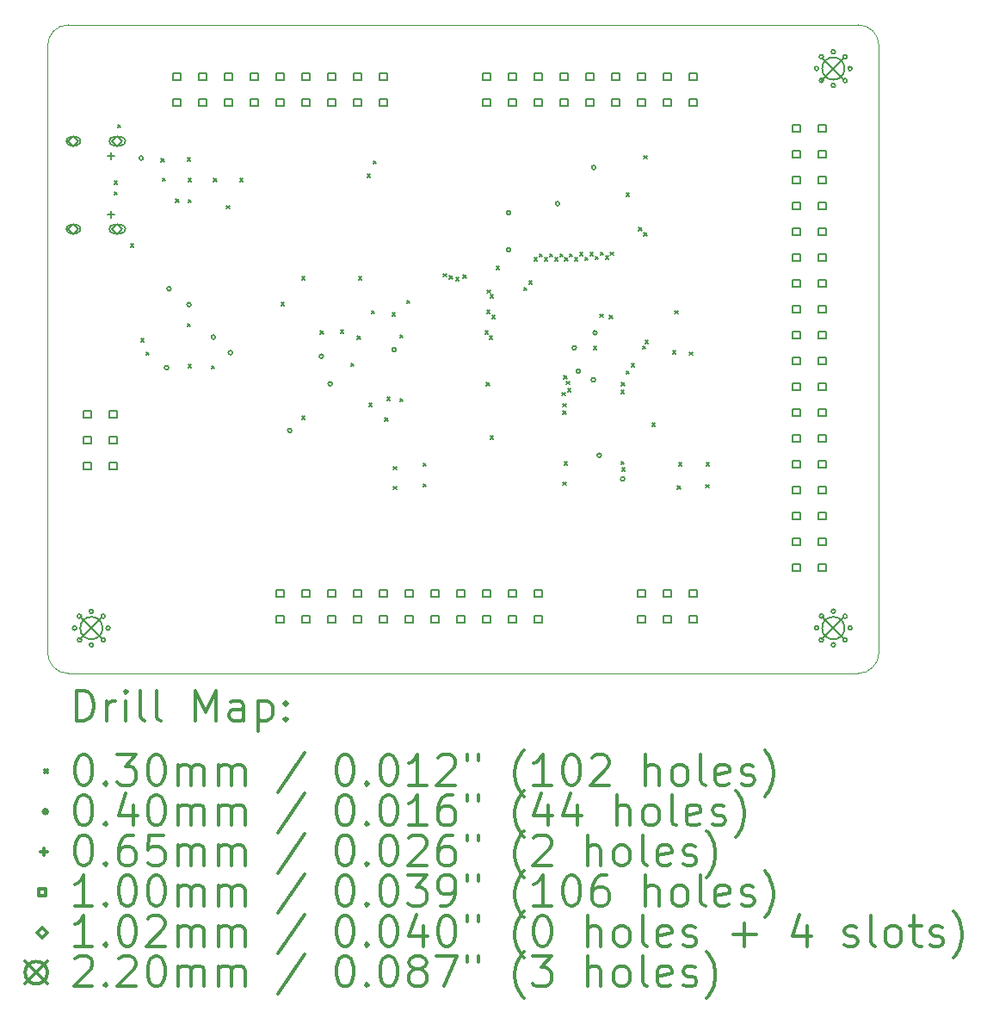
<source format=gbr>
%FSLAX45Y45*%
G04 Gerber Fmt 4.5, Leading zero omitted, Abs format (unit mm)*
G04 Created by KiCad (PCBNEW (5.1.2-1)-1) date 2020-02-12 02:58:37*
%MOMM*%
%LPD*%
G04 APERTURE LIST*
%ADD10C,0.050000*%
%ADD11C,0.200000*%
%ADD12C,0.300000*%
G04 APERTURE END LIST*
D10*
X9245600Y-1270000D02*
G75*
G02X9448800Y-1473200I0J-203200D01*
G01*
X9448800Y-7442200D02*
G75*
G02X9245600Y-7645400I-203200J0D01*
G01*
X1473200Y-7645400D02*
G75*
G02X1270000Y-7442200I0J203200D01*
G01*
X1270000Y-1473200D02*
G75*
G02X1473200Y-1270000I203200J0D01*
G01*
X9245600Y-7645400D02*
X1473200Y-7645400D01*
X9448800Y-1473200D02*
X9448800Y-7442200D01*
X1270000Y-7442200D02*
X1270000Y-1473200D01*
X1473200Y-1270000D02*
X9245600Y-1270000D01*
D11*
X1925000Y-2807850D02*
X1955000Y-2837850D01*
X1955000Y-2807850D02*
X1925000Y-2837850D01*
X1925000Y-2912900D02*
X1955000Y-2942900D01*
X1955000Y-2912900D02*
X1925000Y-2942900D01*
X1958575Y-2251950D02*
X1988575Y-2281950D01*
X1988575Y-2251950D02*
X1958575Y-2281950D01*
X2085000Y-3425000D02*
X2115000Y-3455000D01*
X2115000Y-3425000D02*
X2085000Y-3455000D01*
X2188450Y-4353800D02*
X2218450Y-4383800D01*
X2218450Y-4353800D02*
X2188450Y-4383800D01*
X2236350Y-4487150D02*
X2266350Y-4517150D01*
X2266350Y-4487150D02*
X2236350Y-4517150D01*
X2385000Y-2585000D02*
X2415000Y-2615000D01*
X2415000Y-2585000D02*
X2385000Y-2615000D01*
X2397500Y-2777500D02*
X2427500Y-2807500D01*
X2427500Y-2777500D02*
X2397500Y-2807500D01*
X2532500Y-2985000D02*
X2562500Y-3015000D01*
X2562500Y-2985000D02*
X2532500Y-3015000D01*
X2645000Y-2577500D02*
X2675000Y-2607500D01*
X2675000Y-2577500D02*
X2645000Y-2607500D01*
X2645000Y-4205000D02*
X2675000Y-4235000D01*
X2675000Y-4205000D02*
X2645000Y-4235000D01*
X2652000Y-2988550D02*
X2682000Y-3018550D01*
X2682000Y-2988550D02*
X2652000Y-3018550D01*
X2652000Y-4607800D02*
X2682000Y-4637800D01*
X2682000Y-4607800D02*
X2652000Y-4637800D01*
X2652500Y-2782500D02*
X2682500Y-2812500D01*
X2682500Y-2782500D02*
X2652500Y-2812500D01*
X2880600Y-4620500D02*
X2910600Y-4650500D01*
X2910600Y-4620500D02*
X2880600Y-4650500D01*
X2905000Y-2780000D02*
X2935000Y-2810000D01*
X2935000Y-2780000D02*
X2905000Y-2810000D01*
X3028837Y-3046337D02*
X3058837Y-3076337D01*
X3058837Y-3046337D02*
X3028837Y-3076337D01*
X3160000Y-2782500D02*
X3190000Y-2812500D01*
X3190000Y-2782500D02*
X3160000Y-2812500D01*
X3566401Y-3998200D02*
X3596401Y-4028200D01*
X3596401Y-3998200D02*
X3566401Y-4028200D01*
X3769600Y-3744200D02*
X3799600Y-3774200D01*
X3799600Y-3744200D02*
X3769600Y-3774200D01*
X3769600Y-5115800D02*
X3799600Y-5145800D01*
X3799600Y-5115800D02*
X3769600Y-5145800D01*
X3953750Y-4277600D02*
X3983750Y-4307600D01*
X3983750Y-4277600D02*
X3953750Y-4307600D01*
X4150600Y-4271250D02*
X4180600Y-4301250D01*
X4180600Y-4271250D02*
X4150600Y-4301250D01*
X4252200Y-4595100D02*
X4282200Y-4625100D01*
X4282200Y-4595100D02*
X4252200Y-4625100D01*
X4318003Y-4330703D02*
X4348003Y-4360703D01*
X4348003Y-4330703D02*
X4318003Y-4360703D01*
X4328400Y-3744200D02*
X4358400Y-3774200D01*
X4358400Y-3744200D02*
X4328400Y-3774200D01*
X4413400Y-2736600D02*
X4443400Y-2766600D01*
X4443400Y-2736600D02*
X4413400Y-2766600D01*
X4430000Y-4988800D02*
X4460000Y-5018800D01*
X4460000Y-4988800D02*
X4430000Y-5018800D01*
X4458075Y-4078075D02*
X4488075Y-4108075D01*
X4488075Y-4078075D02*
X4458075Y-4108075D01*
X4472000Y-2608000D02*
X4502000Y-2638000D01*
X4502000Y-2608000D02*
X4472000Y-2638000D01*
X4588750Y-5134850D02*
X4618750Y-5164850D01*
X4618750Y-5134850D02*
X4588750Y-5164850D01*
X4607800Y-4931650D02*
X4637800Y-4961650D01*
X4637800Y-4931650D02*
X4607800Y-4961650D01*
X4658600Y-4099800D02*
X4688600Y-4129800D01*
X4688600Y-4099800D02*
X4658600Y-4129800D01*
X4671300Y-5611100D02*
X4701300Y-5641100D01*
X4701300Y-5611100D02*
X4671300Y-5641100D01*
X4671300Y-5807950D02*
X4701300Y-5837950D01*
X4701300Y-5807950D02*
X4671300Y-5837950D01*
X4734800Y-4315700D02*
X4764800Y-4345700D01*
X4764800Y-4315700D02*
X4734800Y-4345700D01*
X4734800Y-4944350D02*
X4764800Y-4974350D01*
X4764800Y-4944350D02*
X4734800Y-4974350D01*
X4805109Y-3978691D02*
X4835109Y-4008691D01*
X4835109Y-3978691D02*
X4805109Y-4008691D01*
X4963400Y-5579350D02*
X4993400Y-5609350D01*
X4993400Y-5579350D02*
X4963400Y-5609350D01*
X4963400Y-5782550D02*
X4993400Y-5812550D01*
X4993400Y-5782550D02*
X4963400Y-5812550D01*
X5165000Y-3715000D02*
X5195000Y-3745000D01*
X5195000Y-3715000D02*
X5165000Y-3745000D01*
X5225000Y-3735000D02*
X5255000Y-3765000D01*
X5255000Y-3735000D02*
X5225000Y-3765000D01*
X5285000Y-3755000D02*
X5315000Y-3785000D01*
X5315000Y-3755000D02*
X5285000Y-3785000D01*
X5357234Y-3727234D02*
X5387234Y-3757234D01*
X5387234Y-3727234D02*
X5357234Y-3757234D01*
X5573000Y-4277600D02*
X5603000Y-4307600D01*
X5603000Y-4277600D02*
X5573000Y-4307600D01*
X5585000Y-4785000D02*
X5615000Y-4815000D01*
X5615000Y-4785000D02*
X5585000Y-4815000D01*
X5592050Y-4074400D02*
X5622050Y-4104400D01*
X5622050Y-4074400D02*
X5592050Y-4104400D01*
X5595000Y-3875000D02*
X5625000Y-3905000D01*
X5625000Y-3875000D02*
X5595000Y-3905000D01*
X5617450Y-4328400D02*
X5647450Y-4358400D01*
X5647450Y-4328400D02*
X5617450Y-4358400D01*
X5623800Y-5312650D02*
X5653800Y-5342650D01*
X5653800Y-5312650D02*
X5623800Y-5342650D01*
X5625000Y-3925000D02*
X5655000Y-3955000D01*
X5655000Y-3925000D02*
X5625000Y-3955000D01*
X5642850Y-4125200D02*
X5672850Y-4155200D01*
X5672850Y-4125200D02*
X5642850Y-4155200D01*
X5685000Y-3645000D02*
X5715000Y-3675000D01*
X5715000Y-3645000D02*
X5685000Y-3675000D01*
X5954000Y-3852150D02*
X5984000Y-3882150D01*
X5984000Y-3852150D02*
X5954000Y-3882150D01*
X6004800Y-3788650D02*
X6034800Y-3818650D01*
X6034800Y-3788650D02*
X6004800Y-3818650D01*
X6055600Y-3560050D02*
X6085600Y-3590050D01*
X6085600Y-3560050D02*
X6055600Y-3590050D01*
X6106400Y-3521950D02*
X6136400Y-3551950D01*
X6136400Y-3521950D02*
X6106400Y-3551950D01*
X6157200Y-3560050D02*
X6187200Y-3590050D01*
X6187200Y-3560050D02*
X6157200Y-3590050D01*
X6208000Y-3521950D02*
X6238000Y-3551950D01*
X6238000Y-3521950D02*
X6208000Y-3551950D01*
X6258500Y-3560050D02*
X6288500Y-3590050D01*
X6288500Y-3560050D02*
X6258500Y-3590050D01*
X6309600Y-3521950D02*
X6339600Y-3551950D01*
X6339600Y-3521950D02*
X6309600Y-3551950D01*
X6331505Y-4886158D02*
X6361505Y-4916158D01*
X6361505Y-4886158D02*
X6331505Y-4916158D01*
X6341350Y-4995150D02*
X6371350Y-5025150D01*
X6371350Y-4995150D02*
X6341350Y-5025150D01*
X6341350Y-5065000D02*
X6371350Y-5095000D01*
X6371350Y-5065000D02*
X6341350Y-5095000D01*
X6341350Y-5763500D02*
X6371350Y-5793500D01*
X6371350Y-5763500D02*
X6341350Y-5793500D01*
X6347187Y-4720330D02*
X6377187Y-4750330D01*
X6377187Y-4720330D02*
X6347187Y-4750330D01*
X6354050Y-5566650D02*
X6384050Y-5596650D01*
X6384050Y-5566650D02*
X6354050Y-5596650D01*
X6357501Y-3560050D02*
X6387501Y-3590050D01*
X6387501Y-3560050D02*
X6357501Y-3590050D01*
X6375951Y-4775750D02*
X6405951Y-4805750D01*
X6405951Y-4775750D02*
X6375951Y-4805750D01*
X6385253Y-4846604D02*
X6415253Y-4876604D01*
X6415253Y-4846604D02*
X6385253Y-4876604D01*
X6404850Y-3521950D02*
X6434850Y-3551950D01*
X6434850Y-3521950D02*
X6404850Y-3551950D01*
X6455650Y-3560050D02*
X6485650Y-3590050D01*
X6485650Y-3560050D02*
X6455650Y-3590050D01*
X6506450Y-3509250D02*
X6536450Y-3539250D01*
X6536450Y-3509250D02*
X6506450Y-3539250D01*
X6557250Y-3553700D02*
X6587250Y-3583700D01*
X6587250Y-3553700D02*
X6557250Y-3583700D01*
X6608050Y-3509250D02*
X6638050Y-3539250D01*
X6638050Y-3509250D02*
X6608050Y-3539250D01*
X6639800Y-4430000D02*
X6669800Y-4460000D01*
X6669800Y-4430000D02*
X6639800Y-4460000D01*
X6658300Y-3547350D02*
X6688300Y-3577350D01*
X6688300Y-3547350D02*
X6658300Y-3577350D01*
X6705000Y-4115000D02*
X6735000Y-4145000D01*
X6735000Y-4115000D02*
X6705000Y-4145000D01*
X6709044Y-3504955D02*
X6739044Y-3534955D01*
X6739044Y-3504955D02*
X6709044Y-3534955D01*
X6757551Y-3541000D02*
X6787551Y-3571000D01*
X6787551Y-3541000D02*
X6757551Y-3571000D01*
X6798550Y-4125200D02*
X6828550Y-4155200D01*
X6828550Y-4125200D02*
X6798550Y-4155200D01*
X6807000Y-3502900D02*
X6837000Y-3532900D01*
X6837000Y-3502900D02*
X6807000Y-3532900D01*
X6912850Y-4861800D02*
X6942850Y-4891800D01*
X6942850Y-4861800D02*
X6912850Y-4891800D01*
X6912850Y-5560300D02*
X6942850Y-5590300D01*
X6942850Y-5560300D02*
X6912850Y-5590300D01*
X6916301Y-4785600D02*
X6946301Y-4815600D01*
X6946301Y-4785600D02*
X6916301Y-4815600D01*
X6919200Y-5623800D02*
X6949200Y-5653800D01*
X6949200Y-5623800D02*
X6919200Y-5653800D01*
X6964202Y-2925050D02*
X6994202Y-2955050D01*
X6994202Y-2925050D02*
X6964202Y-2955050D01*
X6964202Y-4671300D02*
X6994202Y-4701300D01*
X6994202Y-4671300D02*
X6964202Y-4701300D01*
X7012103Y-4601450D02*
X7042103Y-4631450D01*
X7042103Y-4601450D02*
X7012103Y-4631450D01*
X7083491Y-3264500D02*
X7113491Y-3294500D01*
X7113491Y-3264500D02*
X7083491Y-3294500D01*
X7125071Y-4425885D02*
X7155071Y-4455885D01*
X7155071Y-4425885D02*
X7125071Y-4455885D01*
X7135100Y-2556750D02*
X7165100Y-2586750D01*
X7165100Y-2556750D02*
X7135100Y-2586750D01*
X7135100Y-3312400D02*
X7165100Y-3342400D01*
X7165100Y-3312400D02*
X7135100Y-3342400D01*
X7147800Y-4372850D02*
X7177800Y-4402850D01*
X7177800Y-4372850D02*
X7147800Y-4402850D01*
X7217650Y-5185650D02*
X7247650Y-5215650D01*
X7247650Y-5185650D02*
X7217650Y-5215650D01*
X7420850Y-4474450D02*
X7450850Y-4504450D01*
X7450850Y-4474450D02*
X7420850Y-4504450D01*
X7439900Y-4080750D02*
X7469900Y-4110750D01*
X7469900Y-4080750D02*
X7439900Y-4110750D01*
X7465300Y-5801600D02*
X7495300Y-5831600D01*
X7495300Y-5801600D02*
X7465300Y-5831600D01*
X7478000Y-5573000D02*
X7508000Y-5603000D01*
X7508000Y-5573000D02*
X7478000Y-5603000D01*
X7585000Y-4485000D02*
X7615000Y-4515000D01*
X7615000Y-4485000D02*
X7585000Y-4515000D01*
X7744700Y-5788900D02*
X7774700Y-5818900D01*
X7774700Y-5788900D02*
X7744700Y-5818900D01*
X7751050Y-5573000D02*
X7781050Y-5603000D01*
X7781050Y-5573000D02*
X7751050Y-5603000D01*
X2210000Y-2580000D02*
G75*
G03X2210000Y-2580000I-20000J0D01*
G01*
X2460000Y-4640000D02*
G75*
G03X2460000Y-4640000I-20000J0D01*
G01*
X2484075Y-3864075D02*
G75*
G03X2484075Y-3864075I-20000J0D01*
G01*
X2680000Y-4020000D02*
G75*
G03X2680000Y-4020000I-20000J0D01*
G01*
X2920000Y-4340000D02*
G75*
G03X2920000Y-4340000I-20000J0D01*
G01*
X3087199Y-4492801D02*
G75*
G03X3087199Y-4492801I-20000J0D01*
G01*
X3671250Y-5257800D02*
G75*
G03X3671250Y-5257800I-20000J0D01*
G01*
X3982400Y-4529301D02*
G75*
G03X3982400Y-4529301I-20000J0D01*
G01*
X4070000Y-4800000D02*
G75*
G03X4070000Y-4800000I-20000J0D01*
G01*
X4699950Y-4464050D02*
G75*
G03X4699950Y-4464050I-20000J0D01*
G01*
X5823900Y-3117850D02*
G75*
G03X5823900Y-3117850I-20000J0D01*
G01*
X5823900Y-3479800D02*
G75*
G03X5823900Y-3479800I-20000J0D01*
G01*
X6306500Y-3028950D02*
G75*
G03X6306500Y-3028950I-20000J0D01*
G01*
X6471600Y-4445000D02*
G75*
G03X6471600Y-4445000I-20000J0D01*
G01*
X6509700Y-4673600D02*
G75*
G03X6509700Y-4673600I-20000J0D01*
G01*
X6660001Y-4760000D02*
G75*
G03X6660001Y-4760000I-20000J0D01*
G01*
X6662100Y-2673350D02*
G75*
G03X6662100Y-2673350I-20000J0D01*
G01*
X6675700Y-4298050D02*
G75*
G03X6675700Y-4298050I-20000J0D01*
G01*
X6716000Y-5502000D02*
G75*
G03X6716000Y-5502000I-20000J0D01*
G01*
X6947850Y-5734050D02*
G75*
G03X6947850Y-5734050I-20000J0D01*
G01*
X8855000Y-1700000D02*
G75*
G03X8855000Y-1700000I-20000J0D01*
G01*
X8903327Y-1583327D02*
G75*
G03X8903327Y-1583327I-20000J0D01*
G01*
X8903327Y-1816673D02*
G75*
G03X8903327Y-1816673I-20000J0D01*
G01*
X9020000Y-1535000D02*
G75*
G03X9020000Y-1535000I-20000J0D01*
G01*
X9020000Y-1865000D02*
G75*
G03X9020000Y-1865000I-20000J0D01*
G01*
X9136673Y-1583327D02*
G75*
G03X9136673Y-1583327I-20000J0D01*
G01*
X9136673Y-1816673D02*
G75*
G03X9136673Y-1816673I-20000J0D01*
G01*
X9185000Y-1700000D02*
G75*
G03X9185000Y-1700000I-20000J0D01*
G01*
X8855000Y-7200000D02*
G75*
G03X8855000Y-7200000I-20000J0D01*
G01*
X8903327Y-7083327D02*
G75*
G03X8903327Y-7083327I-20000J0D01*
G01*
X8903327Y-7316673D02*
G75*
G03X8903327Y-7316673I-20000J0D01*
G01*
X9020000Y-7035000D02*
G75*
G03X9020000Y-7035000I-20000J0D01*
G01*
X9020000Y-7365000D02*
G75*
G03X9020000Y-7365000I-20000J0D01*
G01*
X9136673Y-7083327D02*
G75*
G03X9136673Y-7083327I-20000J0D01*
G01*
X9136673Y-7316673D02*
G75*
G03X9136673Y-7316673I-20000J0D01*
G01*
X9185000Y-7200000D02*
G75*
G03X9185000Y-7200000I-20000J0D01*
G01*
X1555000Y-7200000D02*
G75*
G03X1555000Y-7200000I-20000J0D01*
G01*
X1603327Y-7083327D02*
G75*
G03X1603327Y-7083327I-20000J0D01*
G01*
X1603327Y-7316673D02*
G75*
G03X1603327Y-7316673I-20000J0D01*
G01*
X1720000Y-7035000D02*
G75*
G03X1720000Y-7035000I-20000J0D01*
G01*
X1720000Y-7365000D02*
G75*
G03X1720000Y-7365000I-20000J0D01*
G01*
X1836673Y-7083327D02*
G75*
G03X1836673Y-7083327I-20000J0D01*
G01*
X1836673Y-7316673D02*
G75*
G03X1836673Y-7316673I-20000J0D01*
G01*
X1885000Y-7200000D02*
G75*
G03X1885000Y-7200000I-20000J0D01*
G01*
X1895000Y-2523500D02*
X1895000Y-2588500D01*
X1862500Y-2556000D02*
X1927500Y-2556000D01*
X1895000Y-3100500D02*
X1895000Y-3165500D01*
X1862500Y-3133000D02*
X1927500Y-3133000D01*
X7147356Y-6893356D02*
X7147356Y-6822644D01*
X7076644Y-6822644D01*
X7076644Y-6893356D01*
X7147356Y-6893356D01*
X7147356Y-7147356D02*
X7147356Y-7076644D01*
X7076644Y-7076644D01*
X7076644Y-7147356D01*
X7147356Y-7147356D01*
X7401356Y-6893356D02*
X7401356Y-6822644D01*
X7330644Y-6822644D01*
X7330644Y-6893356D01*
X7401356Y-6893356D01*
X7401356Y-7147356D02*
X7401356Y-7076644D01*
X7330644Y-7076644D01*
X7330644Y-7147356D01*
X7401356Y-7147356D01*
X7655356Y-6893356D02*
X7655356Y-6822644D01*
X7584644Y-6822644D01*
X7584644Y-6893356D01*
X7655356Y-6893356D01*
X7655356Y-7147356D02*
X7655356Y-7076644D01*
X7584644Y-7076644D01*
X7584644Y-7147356D01*
X7655356Y-7147356D01*
X1695356Y-5131356D02*
X1695356Y-5060644D01*
X1624644Y-5060644D01*
X1624644Y-5131356D01*
X1695356Y-5131356D01*
X1695356Y-5385356D02*
X1695356Y-5314644D01*
X1624644Y-5314644D01*
X1624644Y-5385356D01*
X1695356Y-5385356D01*
X1695356Y-5639356D02*
X1695356Y-5568644D01*
X1624644Y-5568644D01*
X1624644Y-5639356D01*
X1695356Y-5639356D01*
X1949356Y-5131356D02*
X1949356Y-5060644D01*
X1878644Y-5060644D01*
X1878644Y-5131356D01*
X1949356Y-5131356D01*
X1949356Y-5385356D02*
X1949356Y-5314644D01*
X1878644Y-5314644D01*
X1878644Y-5385356D01*
X1949356Y-5385356D01*
X1949356Y-5639356D02*
X1949356Y-5568644D01*
X1878644Y-5568644D01*
X1878644Y-5639356D01*
X1949356Y-5639356D01*
X2575356Y-1813356D02*
X2575356Y-1742644D01*
X2504644Y-1742644D01*
X2504644Y-1813356D01*
X2575356Y-1813356D01*
X2575356Y-2067356D02*
X2575356Y-1996644D01*
X2504644Y-1996644D01*
X2504644Y-2067356D01*
X2575356Y-2067356D01*
X2829356Y-1813356D02*
X2829356Y-1742644D01*
X2758644Y-1742644D01*
X2758644Y-1813356D01*
X2829356Y-1813356D01*
X2829356Y-2067356D02*
X2829356Y-1996644D01*
X2758644Y-1996644D01*
X2758644Y-2067356D01*
X2829356Y-2067356D01*
X3083356Y-1813356D02*
X3083356Y-1742644D01*
X3012644Y-1742644D01*
X3012644Y-1813356D01*
X3083356Y-1813356D01*
X3083356Y-2067356D02*
X3083356Y-1996644D01*
X3012644Y-1996644D01*
X3012644Y-2067356D01*
X3083356Y-2067356D01*
X3337356Y-1813356D02*
X3337356Y-1742644D01*
X3266644Y-1742644D01*
X3266644Y-1813356D01*
X3337356Y-1813356D01*
X3337356Y-2067356D02*
X3337356Y-1996644D01*
X3266644Y-1996644D01*
X3266644Y-2067356D01*
X3337356Y-2067356D01*
X3591356Y-1813356D02*
X3591356Y-1742644D01*
X3520644Y-1742644D01*
X3520644Y-1813356D01*
X3591356Y-1813356D01*
X3591356Y-2067356D02*
X3591356Y-1996644D01*
X3520644Y-1996644D01*
X3520644Y-2067356D01*
X3591356Y-2067356D01*
X3845356Y-1813356D02*
X3845356Y-1742644D01*
X3774644Y-1742644D01*
X3774644Y-1813356D01*
X3845356Y-1813356D01*
X3845356Y-2067356D02*
X3845356Y-1996644D01*
X3774644Y-1996644D01*
X3774644Y-2067356D01*
X3845356Y-2067356D01*
X4099356Y-1813356D02*
X4099356Y-1742644D01*
X4028644Y-1742644D01*
X4028644Y-1813356D01*
X4099356Y-1813356D01*
X4099356Y-2067356D02*
X4099356Y-1996644D01*
X4028644Y-1996644D01*
X4028644Y-2067356D01*
X4099356Y-2067356D01*
X4353356Y-1813356D02*
X4353356Y-1742644D01*
X4282644Y-1742644D01*
X4282644Y-1813356D01*
X4353356Y-1813356D01*
X4353356Y-2067356D02*
X4353356Y-1996644D01*
X4282644Y-1996644D01*
X4282644Y-2067356D01*
X4353356Y-2067356D01*
X4607356Y-1813356D02*
X4607356Y-1742644D01*
X4536644Y-1742644D01*
X4536644Y-1813356D01*
X4607356Y-1813356D01*
X4607356Y-2067356D02*
X4607356Y-1996644D01*
X4536644Y-1996644D01*
X4536644Y-2067356D01*
X4607356Y-2067356D01*
X8671356Y-2321356D02*
X8671356Y-2250644D01*
X8600644Y-2250644D01*
X8600644Y-2321356D01*
X8671356Y-2321356D01*
X8671356Y-2575356D02*
X8671356Y-2504644D01*
X8600644Y-2504644D01*
X8600644Y-2575356D01*
X8671356Y-2575356D01*
X8671356Y-2829356D02*
X8671356Y-2758644D01*
X8600644Y-2758644D01*
X8600644Y-2829356D01*
X8671356Y-2829356D01*
X8671356Y-3083356D02*
X8671356Y-3012644D01*
X8600644Y-3012644D01*
X8600644Y-3083356D01*
X8671356Y-3083356D01*
X8671356Y-3337356D02*
X8671356Y-3266644D01*
X8600644Y-3266644D01*
X8600644Y-3337356D01*
X8671356Y-3337356D01*
X8671356Y-3591356D02*
X8671356Y-3520644D01*
X8600644Y-3520644D01*
X8600644Y-3591356D01*
X8671356Y-3591356D01*
X8671356Y-3845356D02*
X8671356Y-3774644D01*
X8600644Y-3774644D01*
X8600644Y-3845356D01*
X8671356Y-3845356D01*
X8671356Y-4099356D02*
X8671356Y-4028644D01*
X8600644Y-4028644D01*
X8600644Y-4099356D01*
X8671356Y-4099356D01*
X8671356Y-4353356D02*
X8671356Y-4282644D01*
X8600644Y-4282644D01*
X8600644Y-4353356D01*
X8671356Y-4353356D01*
X8671356Y-4607356D02*
X8671356Y-4536644D01*
X8600644Y-4536644D01*
X8600644Y-4607356D01*
X8671356Y-4607356D01*
X8671356Y-4861356D02*
X8671356Y-4790644D01*
X8600644Y-4790644D01*
X8600644Y-4861356D01*
X8671356Y-4861356D01*
X8671356Y-5115356D02*
X8671356Y-5044644D01*
X8600644Y-5044644D01*
X8600644Y-5115356D01*
X8671356Y-5115356D01*
X8671356Y-5369356D02*
X8671356Y-5298644D01*
X8600644Y-5298644D01*
X8600644Y-5369356D01*
X8671356Y-5369356D01*
X8671356Y-5623356D02*
X8671356Y-5552644D01*
X8600644Y-5552644D01*
X8600644Y-5623356D01*
X8671356Y-5623356D01*
X8671356Y-5877356D02*
X8671356Y-5806644D01*
X8600644Y-5806644D01*
X8600644Y-5877356D01*
X8671356Y-5877356D01*
X8671356Y-6131356D02*
X8671356Y-6060644D01*
X8600644Y-6060644D01*
X8600644Y-6131356D01*
X8671356Y-6131356D01*
X8671356Y-6385356D02*
X8671356Y-6314644D01*
X8600644Y-6314644D01*
X8600644Y-6385356D01*
X8671356Y-6385356D01*
X8671356Y-6639356D02*
X8671356Y-6568644D01*
X8600644Y-6568644D01*
X8600644Y-6639356D01*
X8671356Y-6639356D01*
X8925356Y-2321356D02*
X8925356Y-2250644D01*
X8854644Y-2250644D01*
X8854644Y-2321356D01*
X8925356Y-2321356D01*
X8925356Y-2575356D02*
X8925356Y-2504644D01*
X8854644Y-2504644D01*
X8854644Y-2575356D01*
X8925356Y-2575356D01*
X8925356Y-2829356D02*
X8925356Y-2758644D01*
X8854644Y-2758644D01*
X8854644Y-2829356D01*
X8925356Y-2829356D01*
X8925356Y-3083356D02*
X8925356Y-3012644D01*
X8854644Y-3012644D01*
X8854644Y-3083356D01*
X8925356Y-3083356D01*
X8925356Y-3337356D02*
X8925356Y-3266644D01*
X8854644Y-3266644D01*
X8854644Y-3337356D01*
X8925356Y-3337356D01*
X8925356Y-3591356D02*
X8925356Y-3520644D01*
X8854644Y-3520644D01*
X8854644Y-3591356D01*
X8925356Y-3591356D01*
X8925356Y-3845356D02*
X8925356Y-3774644D01*
X8854644Y-3774644D01*
X8854644Y-3845356D01*
X8925356Y-3845356D01*
X8925356Y-4099356D02*
X8925356Y-4028644D01*
X8854644Y-4028644D01*
X8854644Y-4099356D01*
X8925356Y-4099356D01*
X8925356Y-4353356D02*
X8925356Y-4282644D01*
X8854644Y-4282644D01*
X8854644Y-4353356D01*
X8925356Y-4353356D01*
X8925356Y-4607356D02*
X8925356Y-4536644D01*
X8854644Y-4536644D01*
X8854644Y-4607356D01*
X8925356Y-4607356D01*
X8925356Y-4861356D02*
X8925356Y-4790644D01*
X8854644Y-4790644D01*
X8854644Y-4861356D01*
X8925356Y-4861356D01*
X8925356Y-5115356D02*
X8925356Y-5044644D01*
X8854644Y-5044644D01*
X8854644Y-5115356D01*
X8925356Y-5115356D01*
X8925356Y-5369356D02*
X8925356Y-5298644D01*
X8854644Y-5298644D01*
X8854644Y-5369356D01*
X8925356Y-5369356D01*
X8925356Y-5623356D02*
X8925356Y-5552644D01*
X8854644Y-5552644D01*
X8854644Y-5623356D01*
X8925356Y-5623356D01*
X8925356Y-5877356D02*
X8925356Y-5806644D01*
X8854644Y-5806644D01*
X8854644Y-5877356D01*
X8925356Y-5877356D01*
X8925356Y-6131356D02*
X8925356Y-6060644D01*
X8854644Y-6060644D01*
X8854644Y-6131356D01*
X8925356Y-6131356D01*
X8925356Y-6385356D02*
X8925356Y-6314644D01*
X8854644Y-6314644D01*
X8854644Y-6385356D01*
X8925356Y-6385356D01*
X8925356Y-6639356D02*
X8925356Y-6568644D01*
X8854644Y-6568644D01*
X8854644Y-6639356D01*
X8925356Y-6639356D01*
X3591356Y-6893356D02*
X3591356Y-6822644D01*
X3520644Y-6822644D01*
X3520644Y-6893356D01*
X3591356Y-6893356D01*
X3591356Y-7147356D02*
X3591356Y-7076644D01*
X3520644Y-7076644D01*
X3520644Y-7147356D01*
X3591356Y-7147356D01*
X3845356Y-6893356D02*
X3845356Y-6822644D01*
X3774644Y-6822644D01*
X3774644Y-6893356D01*
X3845356Y-6893356D01*
X3845356Y-7147356D02*
X3845356Y-7076644D01*
X3774644Y-7076644D01*
X3774644Y-7147356D01*
X3845356Y-7147356D01*
X4099356Y-6893356D02*
X4099356Y-6822644D01*
X4028644Y-6822644D01*
X4028644Y-6893356D01*
X4099356Y-6893356D01*
X4099356Y-7147356D02*
X4099356Y-7076644D01*
X4028644Y-7076644D01*
X4028644Y-7147356D01*
X4099356Y-7147356D01*
X4353356Y-6893356D02*
X4353356Y-6822644D01*
X4282644Y-6822644D01*
X4282644Y-6893356D01*
X4353356Y-6893356D01*
X4353356Y-7147356D02*
X4353356Y-7076644D01*
X4282644Y-7076644D01*
X4282644Y-7147356D01*
X4353356Y-7147356D01*
X4607356Y-6893356D02*
X4607356Y-6822644D01*
X4536644Y-6822644D01*
X4536644Y-6893356D01*
X4607356Y-6893356D01*
X4607356Y-7147356D02*
X4607356Y-7076644D01*
X4536644Y-7076644D01*
X4536644Y-7147356D01*
X4607356Y-7147356D01*
X4861356Y-6893356D02*
X4861356Y-6822644D01*
X4790644Y-6822644D01*
X4790644Y-6893356D01*
X4861356Y-6893356D01*
X4861356Y-7147356D02*
X4861356Y-7076644D01*
X4790644Y-7076644D01*
X4790644Y-7147356D01*
X4861356Y-7147356D01*
X5115356Y-6893356D02*
X5115356Y-6822644D01*
X5044644Y-6822644D01*
X5044644Y-6893356D01*
X5115356Y-6893356D01*
X5115356Y-7147356D02*
X5115356Y-7076644D01*
X5044644Y-7076644D01*
X5044644Y-7147356D01*
X5115356Y-7147356D01*
X5369356Y-6893356D02*
X5369356Y-6822644D01*
X5298644Y-6822644D01*
X5298644Y-6893356D01*
X5369356Y-6893356D01*
X5369356Y-7147356D02*
X5369356Y-7076644D01*
X5298644Y-7076644D01*
X5298644Y-7147356D01*
X5369356Y-7147356D01*
X5623356Y-6893356D02*
X5623356Y-6822644D01*
X5552644Y-6822644D01*
X5552644Y-6893356D01*
X5623356Y-6893356D01*
X5623356Y-7147356D02*
X5623356Y-7076644D01*
X5552644Y-7076644D01*
X5552644Y-7147356D01*
X5623356Y-7147356D01*
X5877356Y-6893356D02*
X5877356Y-6822644D01*
X5806644Y-6822644D01*
X5806644Y-6893356D01*
X5877356Y-6893356D01*
X5877356Y-7147356D02*
X5877356Y-7076644D01*
X5806644Y-7076644D01*
X5806644Y-7147356D01*
X5877356Y-7147356D01*
X6131356Y-6893356D02*
X6131356Y-6822644D01*
X6060644Y-6822644D01*
X6060644Y-6893356D01*
X6131356Y-6893356D01*
X6131356Y-7147356D02*
X6131356Y-7076644D01*
X6060644Y-7076644D01*
X6060644Y-7147356D01*
X6131356Y-7147356D01*
X5623356Y-1813356D02*
X5623356Y-1742644D01*
X5552644Y-1742644D01*
X5552644Y-1813356D01*
X5623356Y-1813356D01*
X5623356Y-2067356D02*
X5623356Y-1996644D01*
X5552644Y-1996644D01*
X5552644Y-2067356D01*
X5623356Y-2067356D01*
X5877356Y-1813356D02*
X5877356Y-1742644D01*
X5806644Y-1742644D01*
X5806644Y-1813356D01*
X5877356Y-1813356D01*
X5877356Y-2067356D02*
X5877356Y-1996644D01*
X5806644Y-1996644D01*
X5806644Y-2067356D01*
X5877356Y-2067356D01*
X6131356Y-1813356D02*
X6131356Y-1742644D01*
X6060644Y-1742644D01*
X6060644Y-1813356D01*
X6131356Y-1813356D01*
X6131356Y-2067356D02*
X6131356Y-1996644D01*
X6060644Y-1996644D01*
X6060644Y-2067356D01*
X6131356Y-2067356D01*
X6385356Y-1813356D02*
X6385356Y-1742644D01*
X6314644Y-1742644D01*
X6314644Y-1813356D01*
X6385356Y-1813356D01*
X6385356Y-2067356D02*
X6385356Y-1996644D01*
X6314644Y-1996644D01*
X6314644Y-2067356D01*
X6385356Y-2067356D01*
X6639356Y-1813356D02*
X6639356Y-1742644D01*
X6568644Y-1742644D01*
X6568644Y-1813356D01*
X6639356Y-1813356D01*
X6639356Y-2067356D02*
X6639356Y-1996644D01*
X6568644Y-1996644D01*
X6568644Y-2067356D01*
X6639356Y-2067356D01*
X6893356Y-1813356D02*
X6893356Y-1742644D01*
X6822644Y-1742644D01*
X6822644Y-1813356D01*
X6893356Y-1813356D01*
X6893356Y-2067356D02*
X6893356Y-1996644D01*
X6822644Y-1996644D01*
X6822644Y-2067356D01*
X6893356Y-2067356D01*
X7147356Y-1813356D02*
X7147356Y-1742644D01*
X7076644Y-1742644D01*
X7076644Y-1813356D01*
X7147356Y-1813356D01*
X7147356Y-2067356D02*
X7147356Y-1996644D01*
X7076644Y-1996644D01*
X7076644Y-2067356D01*
X7147356Y-2067356D01*
X7401356Y-1813356D02*
X7401356Y-1742644D01*
X7330644Y-1742644D01*
X7330644Y-1813356D01*
X7401356Y-1813356D01*
X7401356Y-2067356D02*
X7401356Y-1996644D01*
X7330644Y-1996644D01*
X7330644Y-2067356D01*
X7401356Y-2067356D01*
X7655356Y-1813356D02*
X7655356Y-1742644D01*
X7584644Y-1742644D01*
X7584644Y-1813356D01*
X7655356Y-1813356D01*
X7655356Y-2067356D02*
X7655356Y-1996644D01*
X7584644Y-1996644D01*
X7584644Y-2067356D01*
X7655356Y-2067356D01*
X1524000Y-2463800D02*
X1574800Y-2413000D01*
X1524000Y-2362200D01*
X1473200Y-2413000D01*
X1524000Y-2463800D01*
X1551940Y-2372200D02*
X1496060Y-2372200D01*
X1551940Y-2453800D02*
X1496060Y-2453800D01*
X1496060Y-2372200D02*
G75*
G03X1496060Y-2453800I0J-40800D01*
G01*
X1551940Y-2453800D02*
G75*
G03X1551940Y-2372200I0J40800D01*
G01*
X1524000Y-3327400D02*
X1574800Y-3276600D01*
X1524000Y-3225800D01*
X1473200Y-3276600D01*
X1524000Y-3327400D01*
X1551940Y-3235800D02*
X1496060Y-3235800D01*
X1551940Y-3317400D02*
X1496060Y-3317400D01*
X1496060Y-3235800D02*
G75*
G03X1496060Y-3317400I0J-40800D01*
G01*
X1551940Y-3317400D02*
G75*
G03X1551940Y-3235800I0J40800D01*
G01*
X1955800Y-2463800D02*
X2006600Y-2413000D01*
X1955800Y-2362200D01*
X1905000Y-2413000D01*
X1955800Y-2463800D01*
X1993900Y-2372200D02*
X1917700Y-2372200D01*
X1993900Y-2453800D02*
X1917700Y-2453800D01*
X1917700Y-2372200D02*
G75*
G03X1917700Y-2453800I0J-40800D01*
G01*
X1993900Y-2453800D02*
G75*
G03X1993900Y-2372200I0J40800D01*
G01*
X1955800Y-3327400D02*
X2006600Y-3276600D01*
X1955800Y-3225800D01*
X1905000Y-3276600D01*
X1955800Y-3327400D01*
X1993900Y-3235800D02*
X1917700Y-3235800D01*
X1993900Y-3317400D02*
X1917700Y-3317400D01*
X1917700Y-3235800D02*
G75*
G03X1917700Y-3317400I0J-40800D01*
G01*
X1993900Y-3317400D02*
G75*
G03X1993900Y-3235800I0J40800D01*
G01*
X8890000Y-1590000D02*
X9110000Y-1810000D01*
X9110000Y-1590000D02*
X8890000Y-1810000D01*
X9110000Y-1700000D02*
G75*
G03X9110000Y-1700000I-110000J0D01*
G01*
X8890000Y-7090000D02*
X9110000Y-7310000D01*
X9110000Y-7090000D02*
X8890000Y-7310000D01*
X9110000Y-7200000D02*
G75*
G03X9110000Y-7200000I-110000J0D01*
G01*
X1590000Y-7090000D02*
X1810000Y-7310000D01*
X1810000Y-7090000D02*
X1590000Y-7310000D01*
X1810000Y-7200000D02*
G75*
G03X1810000Y-7200000I-110000J0D01*
G01*
D12*
X1553928Y-8113614D02*
X1553928Y-7813614D01*
X1625357Y-7813614D01*
X1668214Y-7827900D01*
X1696786Y-7856471D01*
X1711071Y-7885043D01*
X1725357Y-7942186D01*
X1725357Y-7985043D01*
X1711071Y-8042186D01*
X1696786Y-8070757D01*
X1668214Y-8099329D01*
X1625357Y-8113614D01*
X1553928Y-8113614D01*
X1853928Y-8113614D02*
X1853928Y-7913614D01*
X1853928Y-7970757D02*
X1868214Y-7942186D01*
X1882500Y-7927900D01*
X1911071Y-7913614D01*
X1939643Y-7913614D01*
X2039643Y-8113614D02*
X2039643Y-7913614D01*
X2039643Y-7813614D02*
X2025357Y-7827900D01*
X2039643Y-7842186D01*
X2053928Y-7827900D01*
X2039643Y-7813614D01*
X2039643Y-7842186D01*
X2225357Y-8113614D02*
X2196786Y-8099329D01*
X2182500Y-8070757D01*
X2182500Y-7813614D01*
X2382500Y-8113614D02*
X2353928Y-8099329D01*
X2339643Y-8070757D01*
X2339643Y-7813614D01*
X2725357Y-8113614D02*
X2725357Y-7813614D01*
X2825357Y-8027900D01*
X2925357Y-7813614D01*
X2925357Y-8113614D01*
X3196786Y-8113614D02*
X3196786Y-7956471D01*
X3182500Y-7927900D01*
X3153928Y-7913614D01*
X3096786Y-7913614D01*
X3068214Y-7927900D01*
X3196786Y-8099329D02*
X3168214Y-8113614D01*
X3096786Y-8113614D01*
X3068214Y-8099329D01*
X3053928Y-8070757D01*
X3053928Y-8042186D01*
X3068214Y-8013614D01*
X3096786Y-7999329D01*
X3168214Y-7999329D01*
X3196786Y-7985043D01*
X3339643Y-7913614D02*
X3339643Y-8213614D01*
X3339643Y-7927900D02*
X3368214Y-7913614D01*
X3425357Y-7913614D01*
X3453928Y-7927900D01*
X3468214Y-7942186D01*
X3482500Y-7970757D01*
X3482500Y-8056471D01*
X3468214Y-8085043D01*
X3453928Y-8099329D01*
X3425357Y-8113614D01*
X3368214Y-8113614D01*
X3339643Y-8099329D01*
X3611071Y-8085043D02*
X3625357Y-8099329D01*
X3611071Y-8113614D01*
X3596786Y-8099329D01*
X3611071Y-8085043D01*
X3611071Y-8113614D01*
X3611071Y-7927900D02*
X3625357Y-7942186D01*
X3611071Y-7956471D01*
X3596786Y-7942186D01*
X3611071Y-7927900D01*
X3611071Y-7956471D01*
X1237500Y-8592900D02*
X1267500Y-8622900D01*
X1267500Y-8592900D02*
X1237500Y-8622900D01*
X1611071Y-8443614D02*
X1639643Y-8443614D01*
X1668214Y-8457900D01*
X1682500Y-8472186D01*
X1696786Y-8500757D01*
X1711071Y-8557900D01*
X1711071Y-8629329D01*
X1696786Y-8686472D01*
X1682500Y-8715043D01*
X1668214Y-8729329D01*
X1639643Y-8743614D01*
X1611071Y-8743614D01*
X1582500Y-8729329D01*
X1568214Y-8715043D01*
X1553928Y-8686472D01*
X1539643Y-8629329D01*
X1539643Y-8557900D01*
X1553928Y-8500757D01*
X1568214Y-8472186D01*
X1582500Y-8457900D01*
X1611071Y-8443614D01*
X1839643Y-8715043D02*
X1853928Y-8729329D01*
X1839643Y-8743614D01*
X1825357Y-8729329D01*
X1839643Y-8715043D01*
X1839643Y-8743614D01*
X1953928Y-8443614D02*
X2139643Y-8443614D01*
X2039643Y-8557900D01*
X2082500Y-8557900D01*
X2111071Y-8572186D01*
X2125357Y-8586472D01*
X2139643Y-8615043D01*
X2139643Y-8686472D01*
X2125357Y-8715043D01*
X2111071Y-8729329D01*
X2082500Y-8743614D01*
X1996786Y-8743614D01*
X1968214Y-8729329D01*
X1953928Y-8715043D01*
X2325357Y-8443614D02*
X2353928Y-8443614D01*
X2382500Y-8457900D01*
X2396786Y-8472186D01*
X2411071Y-8500757D01*
X2425357Y-8557900D01*
X2425357Y-8629329D01*
X2411071Y-8686472D01*
X2396786Y-8715043D01*
X2382500Y-8729329D01*
X2353928Y-8743614D01*
X2325357Y-8743614D01*
X2296786Y-8729329D01*
X2282500Y-8715043D01*
X2268214Y-8686472D01*
X2253928Y-8629329D01*
X2253928Y-8557900D01*
X2268214Y-8500757D01*
X2282500Y-8472186D01*
X2296786Y-8457900D01*
X2325357Y-8443614D01*
X2553928Y-8743614D02*
X2553928Y-8543614D01*
X2553928Y-8572186D02*
X2568214Y-8557900D01*
X2596786Y-8543614D01*
X2639643Y-8543614D01*
X2668214Y-8557900D01*
X2682500Y-8586472D01*
X2682500Y-8743614D01*
X2682500Y-8586472D02*
X2696786Y-8557900D01*
X2725357Y-8543614D01*
X2768214Y-8543614D01*
X2796786Y-8557900D01*
X2811071Y-8586472D01*
X2811071Y-8743614D01*
X2953928Y-8743614D02*
X2953928Y-8543614D01*
X2953928Y-8572186D02*
X2968214Y-8557900D01*
X2996786Y-8543614D01*
X3039643Y-8543614D01*
X3068214Y-8557900D01*
X3082500Y-8586472D01*
X3082500Y-8743614D01*
X3082500Y-8586472D02*
X3096786Y-8557900D01*
X3125357Y-8543614D01*
X3168214Y-8543614D01*
X3196786Y-8557900D01*
X3211071Y-8586472D01*
X3211071Y-8743614D01*
X3796786Y-8429329D02*
X3539643Y-8815043D01*
X4182500Y-8443614D02*
X4211071Y-8443614D01*
X4239643Y-8457900D01*
X4253928Y-8472186D01*
X4268214Y-8500757D01*
X4282500Y-8557900D01*
X4282500Y-8629329D01*
X4268214Y-8686472D01*
X4253928Y-8715043D01*
X4239643Y-8729329D01*
X4211071Y-8743614D01*
X4182500Y-8743614D01*
X4153928Y-8729329D01*
X4139643Y-8715043D01*
X4125357Y-8686472D01*
X4111071Y-8629329D01*
X4111071Y-8557900D01*
X4125357Y-8500757D01*
X4139643Y-8472186D01*
X4153928Y-8457900D01*
X4182500Y-8443614D01*
X4411071Y-8715043D02*
X4425357Y-8729329D01*
X4411071Y-8743614D01*
X4396786Y-8729329D01*
X4411071Y-8715043D01*
X4411071Y-8743614D01*
X4611071Y-8443614D02*
X4639643Y-8443614D01*
X4668214Y-8457900D01*
X4682500Y-8472186D01*
X4696786Y-8500757D01*
X4711071Y-8557900D01*
X4711071Y-8629329D01*
X4696786Y-8686472D01*
X4682500Y-8715043D01*
X4668214Y-8729329D01*
X4639643Y-8743614D01*
X4611071Y-8743614D01*
X4582500Y-8729329D01*
X4568214Y-8715043D01*
X4553928Y-8686472D01*
X4539643Y-8629329D01*
X4539643Y-8557900D01*
X4553928Y-8500757D01*
X4568214Y-8472186D01*
X4582500Y-8457900D01*
X4611071Y-8443614D01*
X4996786Y-8743614D02*
X4825357Y-8743614D01*
X4911071Y-8743614D02*
X4911071Y-8443614D01*
X4882500Y-8486472D01*
X4853928Y-8515043D01*
X4825357Y-8529329D01*
X5111071Y-8472186D02*
X5125357Y-8457900D01*
X5153928Y-8443614D01*
X5225357Y-8443614D01*
X5253928Y-8457900D01*
X5268214Y-8472186D01*
X5282500Y-8500757D01*
X5282500Y-8529329D01*
X5268214Y-8572186D01*
X5096786Y-8743614D01*
X5282500Y-8743614D01*
X5396786Y-8443614D02*
X5396786Y-8500757D01*
X5511071Y-8443614D02*
X5511071Y-8500757D01*
X5953928Y-8857900D02*
X5939643Y-8843614D01*
X5911071Y-8800757D01*
X5896786Y-8772186D01*
X5882500Y-8729329D01*
X5868214Y-8657900D01*
X5868214Y-8600757D01*
X5882500Y-8529329D01*
X5896786Y-8486472D01*
X5911071Y-8457900D01*
X5939643Y-8415043D01*
X5953928Y-8400757D01*
X6225357Y-8743614D02*
X6053928Y-8743614D01*
X6139643Y-8743614D02*
X6139643Y-8443614D01*
X6111071Y-8486472D01*
X6082500Y-8515043D01*
X6053928Y-8529329D01*
X6411071Y-8443614D02*
X6439643Y-8443614D01*
X6468214Y-8457900D01*
X6482500Y-8472186D01*
X6496786Y-8500757D01*
X6511071Y-8557900D01*
X6511071Y-8629329D01*
X6496786Y-8686472D01*
X6482500Y-8715043D01*
X6468214Y-8729329D01*
X6439643Y-8743614D01*
X6411071Y-8743614D01*
X6382500Y-8729329D01*
X6368214Y-8715043D01*
X6353928Y-8686472D01*
X6339643Y-8629329D01*
X6339643Y-8557900D01*
X6353928Y-8500757D01*
X6368214Y-8472186D01*
X6382500Y-8457900D01*
X6411071Y-8443614D01*
X6625357Y-8472186D02*
X6639643Y-8457900D01*
X6668214Y-8443614D01*
X6739643Y-8443614D01*
X6768214Y-8457900D01*
X6782500Y-8472186D01*
X6796786Y-8500757D01*
X6796786Y-8529329D01*
X6782500Y-8572186D01*
X6611071Y-8743614D01*
X6796786Y-8743614D01*
X7153928Y-8743614D02*
X7153928Y-8443614D01*
X7282500Y-8743614D02*
X7282500Y-8586472D01*
X7268214Y-8557900D01*
X7239643Y-8543614D01*
X7196786Y-8543614D01*
X7168214Y-8557900D01*
X7153928Y-8572186D01*
X7468214Y-8743614D02*
X7439643Y-8729329D01*
X7425357Y-8715043D01*
X7411071Y-8686472D01*
X7411071Y-8600757D01*
X7425357Y-8572186D01*
X7439643Y-8557900D01*
X7468214Y-8543614D01*
X7511071Y-8543614D01*
X7539643Y-8557900D01*
X7553928Y-8572186D01*
X7568214Y-8600757D01*
X7568214Y-8686472D01*
X7553928Y-8715043D01*
X7539643Y-8729329D01*
X7511071Y-8743614D01*
X7468214Y-8743614D01*
X7739643Y-8743614D02*
X7711071Y-8729329D01*
X7696786Y-8700757D01*
X7696786Y-8443614D01*
X7968214Y-8729329D02*
X7939643Y-8743614D01*
X7882500Y-8743614D01*
X7853928Y-8729329D01*
X7839643Y-8700757D01*
X7839643Y-8586472D01*
X7853928Y-8557900D01*
X7882500Y-8543614D01*
X7939643Y-8543614D01*
X7968214Y-8557900D01*
X7982500Y-8586472D01*
X7982500Y-8615043D01*
X7839643Y-8643614D01*
X8096786Y-8729329D02*
X8125357Y-8743614D01*
X8182500Y-8743614D01*
X8211071Y-8729329D01*
X8225357Y-8700757D01*
X8225357Y-8686472D01*
X8211071Y-8657900D01*
X8182500Y-8643614D01*
X8139643Y-8643614D01*
X8111071Y-8629329D01*
X8096786Y-8600757D01*
X8096786Y-8586472D01*
X8111071Y-8557900D01*
X8139643Y-8543614D01*
X8182500Y-8543614D01*
X8211071Y-8557900D01*
X8325357Y-8857900D02*
X8339643Y-8843614D01*
X8368214Y-8800757D01*
X8382500Y-8772186D01*
X8396786Y-8729329D01*
X8411071Y-8657900D01*
X8411071Y-8600757D01*
X8396786Y-8529329D01*
X8382500Y-8486472D01*
X8368214Y-8457900D01*
X8339643Y-8415043D01*
X8325357Y-8400757D01*
X1267500Y-9003900D02*
G75*
G03X1267500Y-9003900I-20000J0D01*
G01*
X1611071Y-8839614D02*
X1639643Y-8839614D01*
X1668214Y-8853900D01*
X1682500Y-8868186D01*
X1696786Y-8896757D01*
X1711071Y-8953900D01*
X1711071Y-9025329D01*
X1696786Y-9082472D01*
X1682500Y-9111043D01*
X1668214Y-9125329D01*
X1639643Y-9139614D01*
X1611071Y-9139614D01*
X1582500Y-9125329D01*
X1568214Y-9111043D01*
X1553928Y-9082472D01*
X1539643Y-9025329D01*
X1539643Y-8953900D01*
X1553928Y-8896757D01*
X1568214Y-8868186D01*
X1582500Y-8853900D01*
X1611071Y-8839614D01*
X1839643Y-9111043D02*
X1853928Y-9125329D01*
X1839643Y-9139614D01*
X1825357Y-9125329D01*
X1839643Y-9111043D01*
X1839643Y-9139614D01*
X2111071Y-8939614D02*
X2111071Y-9139614D01*
X2039643Y-8825329D02*
X1968214Y-9039614D01*
X2153928Y-9039614D01*
X2325357Y-8839614D02*
X2353928Y-8839614D01*
X2382500Y-8853900D01*
X2396786Y-8868186D01*
X2411071Y-8896757D01*
X2425357Y-8953900D01*
X2425357Y-9025329D01*
X2411071Y-9082472D01*
X2396786Y-9111043D01*
X2382500Y-9125329D01*
X2353928Y-9139614D01*
X2325357Y-9139614D01*
X2296786Y-9125329D01*
X2282500Y-9111043D01*
X2268214Y-9082472D01*
X2253928Y-9025329D01*
X2253928Y-8953900D01*
X2268214Y-8896757D01*
X2282500Y-8868186D01*
X2296786Y-8853900D01*
X2325357Y-8839614D01*
X2553928Y-9139614D02*
X2553928Y-8939614D01*
X2553928Y-8968186D02*
X2568214Y-8953900D01*
X2596786Y-8939614D01*
X2639643Y-8939614D01*
X2668214Y-8953900D01*
X2682500Y-8982472D01*
X2682500Y-9139614D01*
X2682500Y-8982472D02*
X2696786Y-8953900D01*
X2725357Y-8939614D01*
X2768214Y-8939614D01*
X2796786Y-8953900D01*
X2811071Y-8982472D01*
X2811071Y-9139614D01*
X2953928Y-9139614D02*
X2953928Y-8939614D01*
X2953928Y-8968186D02*
X2968214Y-8953900D01*
X2996786Y-8939614D01*
X3039643Y-8939614D01*
X3068214Y-8953900D01*
X3082500Y-8982472D01*
X3082500Y-9139614D01*
X3082500Y-8982472D02*
X3096786Y-8953900D01*
X3125357Y-8939614D01*
X3168214Y-8939614D01*
X3196786Y-8953900D01*
X3211071Y-8982472D01*
X3211071Y-9139614D01*
X3796786Y-8825329D02*
X3539643Y-9211043D01*
X4182500Y-8839614D02*
X4211071Y-8839614D01*
X4239643Y-8853900D01*
X4253928Y-8868186D01*
X4268214Y-8896757D01*
X4282500Y-8953900D01*
X4282500Y-9025329D01*
X4268214Y-9082472D01*
X4253928Y-9111043D01*
X4239643Y-9125329D01*
X4211071Y-9139614D01*
X4182500Y-9139614D01*
X4153928Y-9125329D01*
X4139643Y-9111043D01*
X4125357Y-9082472D01*
X4111071Y-9025329D01*
X4111071Y-8953900D01*
X4125357Y-8896757D01*
X4139643Y-8868186D01*
X4153928Y-8853900D01*
X4182500Y-8839614D01*
X4411071Y-9111043D02*
X4425357Y-9125329D01*
X4411071Y-9139614D01*
X4396786Y-9125329D01*
X4411071Y-9111043D01*
X4411071Y-9139614D01*
X4611071Y-8839614D02*
X4639643Y-8839614D01*
X4668214Y-8853900D01*
X4682500Y-8868186D01*
X4696786Y-8896757D01*
X4711071Y-8953900D01*
X4711071Y-9025329D01*
X4696786Y-9082472D01*
X4682500Y-9111043D01*
X4668214Y-9125329D01*
X4639643Y-9139614D01*
X4611071Y-9139614D01*
X4582500Y-9125329D01*
X4568214Y-9111043D01*
X4553928Y-9082472D01*
X4539643Y-9025329D01*
X4539643Y-8953900D01*
X4553928Y-8896757D01*
X4568214Y-8868186D01*
X4582500Y-8853900D01*
X4611071Y-8839614D01*
X4996786Y-9139614D02*
X4825357Y-9139614D01*
X4911071Y-9139614D02*
X4911071Y-8839614D01*
X4882500Y-8882472D01*
X4853928Y-8911043D01*
X4825357Y-8925329D01*
X5253928Y-8839614D02*
X5196786Y-8839614D01*
X5168214Y-8853900D01*
X5153928Y-8868186D01*
X5125357Y-8911043D01*
X5111071Y-8968186D01*
X5111071Y-9082472D01*
X5125357Y-9111043D01*
X5139643Y-9125329D01*
X5168214Y-9139614D01*
X5225357Y-9139614D01*
X5253928Y-9125329D01*
X5268214Y-9111043D01*
X5282500Y-9082472D01*
X5282500Y-9011043D01*
X5268214Y-8982472D01*
X5253928Y-8968186D01*
X5225357Y-8953900D01*
X5168214Y-8953900D01*
X5139643Y-8968186D01*
X5125357Y-8982472D01*
X5111071Y-9011043D01*
X5396786Y-8839614D02*
X5396786Y-8896757D01*
X5511071Y-8839614D02*
X5511071Y-8896757D01*
X5953928Y-9253900D02*
X5939643Y-9239614D01*
X5911071Y-9196757D01*
X5896786Y-9168186D01*
X5882500Y-9125329D01*
X5868214Y-9053900D01*
X5868214Y-8996757D01*
X5882500Y-8925329D01*
X5896786Y-8882472D01*
X5911071Y-8853900D01*
X5939643Y-8811043D01*
X5953928Y-8796757D01*
X6196786Y-8939614D02*
X6196786Y-9139614D01*
X6125357Y-8825329D02*
X6053928Y-9039614D01*
X6239643Y-9039614D01*
X6482500Y-8939614D02*
X6482500Y-9139614D01*
X6411071Y-8825329D02*
X6339643Y-9039614D01*
X6525357Y-9039614D01*
X6868214Y-9139614D02*
X6868214Y-8839614D01*
X6996786Y-9139614D02*
X6996786Y-8982472D01*
X6982500Y-8953900D01*
X6953928Y-8939614D01*
X6911071Y-8939614D01*
X6882500Y-8953900D01*
X6868214Y-8968186D01*
X7182500Y-9139614D02*
X7153928Y-9125329D01*
X7139643Y-9111043D01*
X7125357Y-9082472D01*
X7125357Y-8996757D01*
X7139643Y-8968186D01*
X7153928Y-8953900D01*
X7182500Y-8939614D01*
X7225357Y-8939614D01*
X7253928Y-8953900D01*
X7268214Y-8968186D01*
X7282500Y-8996757D01*
X7282500Y-9082472D01*
X7268214Y-9111043D01*
X7253928Y-9125329D01*
X7225357Y-9139614D01*
X7182500Y-9139614D01*
X7453928Y-9139614D02*
X7425357Y-9125329D01*
X7411071Y-9096757D01*
X7411071Y-8839614D01*
X7682500Y-9125329D02*
X7653928Y-9139614D01*
X7596786Y-9139614D01*
X7568214Y-9125329D01*
X7553928Y-9096757D01*
X7553928Y-8982472D01*
X7568214Y-8953900D01*
X7596786Y-8939614D01*
X7653928Y-8939614D01*
X7682500Y-8953900D01*
X7696786Y-8982472D01*
X7696786Y-9011043D01*
X7553928Y-9039614D01*
X7811071Y-9125329D02*
X7839643Y-9139614D01*
X7896786Y-9139614D01*
X7925357Y-9125329D01*
X7939643Y-9096757D01*
X7939643Y-9082472D01*
X7925357Y-9053900D01*
X7896786Y-9039614D01*
X7853928Y-9039614D01*
X7825357Y-9025329D01*
X7811071Y-8996757D01*
X7811071Y-8982472D01*
X7825357Y-8953900D01*
X7853928Y-8939614D01*
X7896786Y-8939614D01*
X7925357Y-8953900D01*
X8039643Y-9253900D02*
X8053928Y-9239614D01*
X8082500Y-9196757D01*
X8096786Y-9168186D01*
X8111071Y-9125329D01*
X8125357Y-9053900D01*
X8125357Y-8996757D01*
X8111071Y-8925329D01*
X8096786Y-8882472D01*
X8082500Y-8853900D01*
X8053928Y-8811043D01*
X8039643Y-8796757D01*
X1235000Y-9367400D02*
X1235000Y-9432400D01*
X1202500Y-9399900D02*
X1267500Y-9399900D01*
X1611071Y-9235614D02*
X1639643Y-9235614D01*
X1668214Y-9249900D01*
X1682500Y-9264186D01*
X1696786Y-9292757D01*
X1711071Y-9349900D01*
X1711071Y-9421329D01*
X1696786Y-9478472D01*
X1682500Y-9507043D01*
X1668214Y-9521329D01*
X1639643Y-9535614D01*
X1611071Y-9535614D01*
X1582500Y-9521329D01*
X1568214Y-9507043D01*
X1553928Y-9478472D01*
X1539643Y-9421329D01*
X1539643Y-9349900D01*
X1553928Y-9292757D01*
X1568214Y-9264186D01*
X1582500Y-9249900D01*
X1611071Y-9235614D01*
X1839643Y-9507043D02*
X1853928Y-9521329D01*
X1839643Y-9535614D01*
X1825357Y-9521329D01*
X1839643Y-9507043D01*
X1839643Y-9535614D01*
X2111071Y-9235614D02*
X2053928Y-9235614D01*
X2025357Y-9249900D01*
X2011071Y-9264186D01*
X1982500Y-9307043D01*
X1968214Y-9364186D01*
X1968214Y-9478472D01*
X1982500Y-9507043D01*
X1996786Y-9521329D01*
X2025357Y-9535614D01*
X2082500Y-9535614D01*
X2111071Y-9521329D01*
X2125357Y-9507043D01*
X2139643Y-9478472D01*
X2139643Y-9407043D01*
X2125357Y-9378472D01*
X2111071Y-9364186D01*
X2082500Y-9349900D01*
X2025357Y-9349900D01*
X1996786Y-9364186D01*
X1982500Y-9378472D01*
X1968214Y-9407043D01*
X2411071Y-9235614D02*
X2268214Y-9235614D01*
X2253928Y-9378472D01*
X2268214Y-9364186D01*
X2296786Y-9349900D01*
X2368214Y-9349900D01*
X2396786Y-9364186D01*
X2411071Y-9378472D01*
X2425357Y-9407043D01*
X2425357Y-9478472D01*
X2411071Y-9507043D01*
X2396786Y-9521329D01*
X2368214Y-9535614D01*
X2296786Y-9535614D01*
X2268214Y-9521329D01*
X2253928Y-9507043D01*
X2553928Y-9535614D02*
X2553928Y-9335614D01*
X2553928Y-9364186D02*
X2568214Y-9349900D01*
X2596786Y-9335614D01*
X2639643Y-9335614D01*
X2668214Y-9349900D01*
X2682500Y-9378472D01*
X2682500Y-9535614D01*
X2682500Y-9378472D02*
X2696786Y-9349900D01*
X2725357Y-9335614D01*
X2768214Y-9335614D01*
X2796786Y-9349900D01*
X2811071Y-9378472D01*
X2811071Y-9535614D01*
X2953928Y-9535614D02*
X2953928Y-9335614D01*
X2953928Y-9364186D02*
X2968214Y-9349900D01*
X2996786Y-9335614D01*
X3039643Y-9335614D01*
X3068214Y-9349900D01*
X3082500Y-9378472D01*
X3082500Y-9535614D01*
X3082500Y-9378472D02*
X3096786Y-9349900D01*
X3125357Y-9335614D01*
X3168214Y-9335614D01*
X3196786Y-9349900D01*
X3211071Y-9378472D01*
X3211071Y-9535614D01*
X3796786Y-9221329D02*
X3539643Y-9607043D01*
X4182500Y-9235614D02*
X4211071Y-9235614D01*
X4239643Y-9249900D01*
X4253928Y-9264186D01*
X4268214Y-9292757D01*
X4282500Y-9349900D01*
X4282500Y-9421329D01*
X4268214Y-9478472D01*
X4253928Y-9507043D01*
X4239643Y-9521329D01*
X4211071Y-9535614D01*
X4182500Y-9535614D01*
X4153928Y-9521329D01*
X4139643Y-9507043D01*
X4125357Y-9478472D01*
X4111071Y-9421329D01*
X4111071Y-9349900D01*
X4125357Y-9292757D01*
X4139643Y-9264186D01*
X4153928Y-9249900D01*
X4182500Y-9235614D01*
X4411071Y-9507043D02*
X4425357Y-9521329D01*
X4411071Y-9535614D01*
X4396786Y-9521329D01*
X4411071Y-9507043D01*
X4411071Y-9535614D01*
X4611071Y-9235614D02*
X4639643Y-9235614D01*
X4668214Y-9249900D01*
X4682500Y-9264186D01*
X4696786Y-9292757D01*
X4711071Y-9349900D01*
X4711071Y-9421329D01*
X4696786Y-9478472D01*
X4682500Y-9507043D01*
X4668214Y-9521329D01*
X4639643Y-9535614D01*
X4611071Y-9535614D01*
X4582500Y-9521329D01*
X4568214Y-9507043D01*
X4553928Y-9478472D01*
X4539643Y-9421329D01*
X4539643Y-9349900D01*
X4553928Y-9292757D01*
X4568214Y-9264186D01*
X4582500Y-9249900D01*
X4611071Y-9235614D01*
X4825357Y-9264186D02*
X4839643Y-9249900D01*
X4868214Y-9235614D01*
X4939643Y-9235614D01*
X4968214Y-9249900D01*
X4982500Y-9264186D01*
X4996786Y-9292757D01*
X4996786Y-9321329D01*
X4982500Y-9364186D01*
X4811071Y-9535614D01*
X4996786Y-9535614D01*
X5253928Y-9235614D02*
X5196786Y-9235614D01*
X5168214Y-9249900D01*
X5153928Y-9264186D01*
X5125357Y-9307043D01*
X5111071Y-9364186D01*
X5111071Y-9478472D01*
X5125357Y-9507043D01*
X5139643Y-9521329D01*
X5168214Y-9535614D01*
X5225357Y-9535614D01*
X5253928Y-9521329D01*
X5268214Y-9507043D01*
X5282500Y-9478472D01*
X5282500Y-9407043D01*
X5268214Y-9378472D01*
X5253928Y-9364186D01*
X5225357Y-9349900D01*
X5168214Y-9349900D01*
X5139643Y-9364186D01*
X5125357Y-9378472D01*
X5111071Y-9407043D01*
X5396786Y-9235614D02*
X5396786Y-9292757D01*
X5511071Y-9235614D02*
X5511071Y-9292757D01*
X5953928Y-9649900D02*
X5939643Y-9635614D01*
X5911071Y-9592757D01*
X5896786Y-9564186D01*
X5882500Y-9521329D01*
X5868214Y-9449900D01*
X5868214Y-9392757D01*
X5882500Y-9321329D01*
X5896786Y-9278472D01*
X5911071Y-9249900D01*
X5939643Y-9207043D01*
X5953928Y-9192757D01*
X6053928Y-9264186D02*
X6068214Y-9249900D01*
X6096786Y-9235614D01*
X6168214Y-9235614D01*
X6196786Y-9249900D01*
X6211071Y-9264186D01*
X6225357Y-9292757D01*
X6225357Y-9321329D01*
X6211071Y-9364186D01*
X6039643Y-9535614D01*
X6225357Y-9535614D01*
X6582500Y-9535614D02*
X6582500Y-9235614D01*
X6711071Y-9535614D02*
X6711071Y-9378472D01*
X6696786Y-9349900D01*
X6668214Y-9335614D01*
X6625357Y-9335614D01*
X6596786Y-9349900D01*
X6582500Y-9364186D01*
X6896786Y-9535614D02*
X6868214Y-9521329D01*
X6853928Y-9507043D01*
X6839643Y-9478472D01*
X6839643Y-9392757D01*
X6853928Y-9364186D01*
X6868214Y-9349900D01*
X6896786Y-9335614D01*
X6939643Y-9335614D01*
X6968214Y-9349900D01*
X6982500Y-9364186D01*
X6996786Y-9392757D01*
X6996786Y-9478472D01*
X6982500Y-9507043D01*
X6968214Y-9521329D01*
X6939643Y-9535614D01*
X6896786Y-9535614D01*
X7168214Y-9535614D02*
X7139643Y-9521329D01*
X7125357Y-9492757D01*
X7125357Y-9235614D01*
X7396786Y-9521329D02*
X7368214Y-9535614D01*
X7311071Y-9535614D01*
X7282500Y-9521329D01*
X7268214Y-9492757D01*
X7268214Y-9378472D01*
X7282500Y-9349900D01*
X7311071Y-9335614D01*
X7368214Y-9335614D01*
X7396786Y-9349900D01*
X7411071Y-9378472D01*
X7411071Y-9407043D01*
X7268214Y-9435614D01*
X7525357Y-9521329D02*
X7553928Y-9535614D01*
X7611071Y-9535614D01*
X7639643Y-9521329D01*
X7653928Y-9492757D01*
X7653928Y-9478472D01*
X7639643Y-9449900D01*
X7611071Y-9435614D01*
X7568214Y-9435614D01*
X7539643Y-9421329D01*
X7525357Y-9392757D01*
X7525357Y-9378472D01*
X7539643Y-9349900D01*
X7568214Y-9335614D01*
X7611071Y-9335614D01*
X7639643Y-9349900D01*
X7753928Y-9649900D02*
X7768214Y-9635614D01*
X7796786Y-9592757D01*
X7811071Y-9564186D01*
X7825357Y-9521329D01*
X7839643Y-9449900D01*
X7839643Y-9392757D01*
X7825357Y-9321329D01*
X7811071Y-9278472D01*
X7796786Y-9249900D01*
X7768214Y-9207043D01*
X7753928Y-9192757D01*
X1252856Y-9831256D02*
X1252856Y-9760544D01*
X1182144Y-9760544D01*
X1182144Y-9831256D01*
X1252856Y-9831256D01*
X1711071Y-9931614D02*
X1539643Y-9931614D01*
X1625357Y-9931614D02*
X1625357Y-9631614D01*
X1596786Y-9674472D01*
X1568214Y-9703043D01*
X1539643Y-9717329D01*
X1839643Y-9903043D02*
X1853928Y-9917329D01*
X1839643Y-9931614D01*
X1825357Y-9917329D01*
X1839643Y-9903043D01*
X1839643Y-9931614D01*
X2039643Y-9631614D02*
X2068214Y-9631614D01*
X2096786Y-9645900D01*
X2111071Y-9660186D01*
X2125357Y-9688757D01*
X2139643Y-9745900D01*
X2139643Y-9817329D01*
X2125357Y-9874472D01*
X2111071Y-9903043D01*
X2096786Y-9917329D01*
X2068214Y-9931614D01*
X2039643Y-9931614D01*
X2011071Y-9917329D01*
X1996786Y-9903043D01*
X1982500Y-9874472D01*
X1968214Y-9817329D01*
X1968214Y-9745900D01*
X1982500Y-9688757D01*
X1996786Y-9660186D01*
X2011071Y-9645900D01*
X2039643Y-9631614D01*
X2325357Y-9631614D02*
X2353928Y-9631614D01*
X2382500Y-9645900D01*
X2396786Y-9660186D01*
X2411071Y-9688757D01*
X2425357Y-9745900D01*
X2425357Y-9817329D01*
X2411071Y-9874472D01*
X2396786Y-9903043D01*
X2382500Y-9917329D01*
X2353928Y-9931614D01*
X2325357Y-9931614D01*
X2296786Y-9917329D01*
X2282500Y-9903043D01*
X2268214Y-9874472D01*
X2253928Y-9817329D01*
X2253928Y-9745900D01*
X2268214Y-9688757D01*
X2282500Y-9660186D01*
X2296786Y-9645900D01*
X2325357Y-9631614D01*
X2553928Y-9931614D02*
X2553928Y-9731614D01*
X2553928Y-9760186D02*
X2568214Y-9745900D01*
X2596786Y-9731614D01*
X2639643Y-9731614D01*
X2668214Y-9745900D01*
X2682500Y-9774472D01*
X2682500Y-9931614D01*
X2682500Y-9774472D02*
X2696786Y-9745900D01*
X2725357Y-9731614D01*
X2768214Y-9731614D01*
X2796786Y-9745900D01*
X2811071Y-9774472D01*
X2811071Y-9931614D01*
X2953928Y-9931614D02*
X2953928Y-9731614D01*
X2953928Y-9760186D02*
X2968214Y-9745900D01*
X2996786Y-9731614D01*
X3039643Y-9731614D01*
X3068214Y-9745900D01*
X3082500Y-9774472D01*
X3082500Y-9931614D01*
X3082500Y-9774472D02*
X3096786Y-9745900D01*
X3125357Y-9731614D01*
X3168214Y-9731614D01*
X3196786Y-9745900D01*
X3211071Y-9774472D01*
X3211071Y-9931614D01*
X3796786Y-9617329D02*
X3539643Y-10003043D01*
X4182500Y-9631614D02*
X4211071Y-9631614D01*
X4239643Y-9645900D01*
X4253928Y-9660186D01*
X4268214Y-9688757D01*
X4282500Y-9745900D01*
X4282500Y-9817329D01*
X4268214Y-9874472D01*
X4253928Y-9903043D01*
X4239643Y-9917329D01*
X4211071Y-9931614D01*
X4182500Y-9931614D01*
X4153928Y-9917329D01*
X4139643Y-9903043D01*
X4125357Y-9874472D01*
X4111071Y-9817329D01*
X4111071Y-9745900D01*
X4125357Y-9688757D01*
X4139643Y-9660186D01*
X4153928Y-9645900D01*
X4182500Y-9631614D01*
X4411071Y-9903043D02*
X4425357Y-9917329D01*
X4411071Y-9931614D01*
X4396786Y-9917329D01*
X4411071Y-9903043D01*
X4411071Y-9931614D01*
X4611071Y-9631614D02*
X4639643Y-9631614D01*
X4668214Y-9645900D01*
X4682500Y-9660186D01*
X4696786Y-9688757D01*
X4711071Y-9745900D01*
X4711071Y-9817329D01*
X4696786Y-9874472D01*
X4682500Y-9903043D01*
X4668214Y-9917329D01*
X4639643Y-9931614D01*
X4611071Y-9931614D01*
X4582500Y-9917329D01*
X4568214Y-9903043D01*
X4553928Y-9874472D01*
X4539643Y-9817329D01*
X4539643Y-9745900D01*
X4553928Y-9688757D01*
X4568214Y-9660186D01*
X4582500Y-9645900D01*
X4611071Y-9631614D01*
X4811071Y-9631614D02*
X4996786Y-9631614D01*
X4896786Y-9745900D01*
X4939643Y-9745900D01*
X4968214Y-9760186D01*
X4982500Y-9774472D01*
X4996786Y-9803043D01*
X4996786Y-9874472D01*
X4982500Y-9903043D01*
X4968214Y-9917329D01*
X4939643Y-9931614D01*
X4853928Y-9931614D01*
X4825357Y-9917329D01*
X4811071Y-9903043D01*
X5139643Y-9931614D02*
X5196786Y-9931614D01*
X5225357Y-9917329D01*
X5239643Y-9903043D01*
X5268214Y-9860186D01*
X5282500Y-9803043D01*
X5282500Y-9688757D01*
X5268214Y-9660186D01*
X5253928Y-9645900D01*
X5225357Y-9631614D01*
X5168214Y-9631614D01*
X5139643Y-9645900D01*
X5125357Y-9660186D01*
X5111071Y-9688757D01*
X5111071Y-9760186D01*
X5125357Y-9788757D01*
X5139643Y-9803043D01*
X5168214Y-9817329D01*
X5225357Y-9817329D01*
X5253928Y-9803043D01*
X5268214Y-9788757D01*
X5282500Y-9760186D01*
X5396786Y-9631614D02*
X5396786Y-9688757D01*
X5511071Y-9631614D02*
X5511071Y-9688757D01*
X5953928Y-10045900D02*
X5939643Y-10031614D01*
X5911071Y-9988757D01*
X5896786Y-9960186D01*
X5882500Y-9917329D01*
X5868214Y-9845900D01*
X5868214Y-9788757D01*
X5882500Y-9717329D01*
X5896786Y-9674472D01*
X5911071Y-9645900D01*
X5939643Y-9603043D01*
X5953928Y-9588757D01*
X6225357Y-9931614D02*
X6053928Y-9931614D01*
X6139643Y-9931614D02*
X6139643Y-9631614D01*
X6111071Y-9674472D01*
X6082500Y-9703043D01*
X6053928Y-9717329D01*
X6411071Y-9631614D02*
X6439643Y-9631614D01*
X6468214Y-9645900D01*
X6482500Y-9660186D01*
X6496786Y-9688757D01*
X6511071Y-9745900D01*
X6511071Y-9817329D01*
X6496786Y-9874472D01*
X6482500Y-9903043D01*
X6468214Y-9917329D01*
X6439643Y-9931614D01*
X6411071Y-9931614D01*
X6382500Y-9917329D01*
X6368214Y-9903043D01*
X6353928Y-9874472D01*
X6339643Y-9817329D01*
X6339643Y-9745900D01*
X6353928Y-9688757D01*
X6368214Y-9660186D01*
X6382500Y-9645900D01*
X6411071Y-9631614D01*
X6768214Y-9631614D02*
X6711071Y-9631614D01*
X6682500Y-9645900D01*
X6668214Y-9660186D01*
X6639643Y-9703043D01*
X6625357Y-9760186D01*
X6625357Y-9874472D01*
X6639643Y-9903043D01*
X6653928Y-9917329D01*
X6682500Y-9931614D01*
X6739643Y-9931614D01*
X6768214Y-9917329D01*
X6782500Y-9903043D01*
X6796786Y-9874472D01*
X6796786Y-9803043D01*
X6782500Y-9774472D01*
X6768214Y-9760186D01*
X6739643Y-9745900D01*
X6682500Y-9745900D01*
X6653928Y-9760186D01*
X6639643Y-9774472D01*
X6625357Y-9803043D01*
X7153928Y-9931614D02*
X7153928Y-9631614D01*
X7282500Y-9931614D02*
X7282500Y-9774472D01*
X7268214Y-9745900D01*
X7239643Y-9731614D01*
X7196786Y-9731614D01*
X7168214Y-9745900D01*
X7153928Y-9760186D01*
X7468214Y-9931614D02*
X7439643Y-9917329D01*
X7425357Y-9903043D01*
X7411071Y-9874472D01*
X7411071Y-9788757D01*
X7425357Y-9760186D01*
X7439643Y-9745900D01*
X7468214Y-9731614D01*
X7511071Y-9731614D01*
X7539643Y-9745900D01*
X7553928Y-9760186D01*
X7568214Y-9788757D01*
X7568214Y-9874472D01*
X7553928Y-9903043D01*
X7539643Y-9917329D01*
X7511071Y-9931614D01*
X7468214Y-9931614D01*
X7739643Y-9931614D02*
X7711071Y-9917329D01*
X7696786Y-9888757D01*
X7696786Y-9631614D01*
X7968214Y-9917329D02*
X7939643Y-9931614D01*
X7882500Y-9931614D01*
X7853928Y-9917329D01*
X7839643Y-9888757D01*
X7839643Y-9774472D01*
X7853928Y-9745900D01*
X7882500Y-9731614D01*
X7939643Y-9731614D01*
X7968214Y-9745900D01*
X7982500Y-9774472D01*
X7982500Y-9803043D01*
X7839643Y-9831614D01*
X8096786Y-9917329D02*
X8125357Y-9931614D01*
X8182500Y-9931614D01*
X8211071Y-9917329D01*
X8225357Y-9888757D01*
X8225357Y-9874472D01*
X8211071Y-9845900D01*
X8182500Y-9831614D01*
X8139643Y-9831614D01*
X8111071Y-9817329D01*
X8096786Y-9788757D01*
X8096786Y-9774472D01*
X8111071Y-9745900D01*
X8139643Y-9731614D01*
X8182500Y-9731614D01*
X8211071Y-9745900D01*
X8325357Y-10045900D02*
X8339643Y-10031614D01*
X8368214Y-9988757D01*
X8382500Y-9960186D01*
X8396786Y-9917329D01*
X8411071Y-9845900D01*
X8411071Y-9788757D01*
X8396786Y-9717329D01*
X8382500Y-9674472D01*
X8368214Y-9645900D01*
X8339643Y-9603043D01*
X8325357Y-9588757D01*
X1216700Y-10242700D02*
X1267500Y-10191900D01*
X1216700Y-10141100D01*
X1165900Y-10191900D01*
X1216700Y-10242700D01*
X1711071Y-10327614D02*
X1539643Y-10327614D01*
X1625357Y-10327614D02*
X1625357Y-10027614D01*
X1596786Y-10070472D01*
X1568214Y-10099043D01*
X1539643Y-10113329D01*
X1839643Y-10299043D02*
X1853928Y-10313329D01*
X1839643Y-10327614D01*
X1825357Y-10313329D01*
X1839643Y-10299043D01*
X1839643Y-10327614D01*
X2039643Y-10027614D02*
X2068214Y-10027614D01*
X2096786Y-10041900D01*
X2111071Y-10056186D01*
X2125357Y-10084757D01*
X2139643Y-10141900D01*
X2139643Y-10213329D01*
X2125357Y-10270472D01*
X2111071Y-10299043D01*
X2096786Y-10313329D01*
X2068214Y-10327614D01*
X2039643Y-10327614D01*
X2011071Y-10313329D01*
X1996786Y-10299043D01*
X1982500Y-10270472D01*
X1968214Y-10213329D01*
X1968214Y-10141900D01*
X1982500Y-10084757D01*
X1996786Y-10056186D01*
X2011071Y-10041900D01*
X2039643Y-10027614D01*
X2253928Y-10056186D02*
X2268214Y-10041900D01*
X2296786Y-10027614D01*
X2368214Y-10027614D01*
X2396786Y-10041900D01*
X2411071Y-10056186D01*
X2425357Y-10084757D01*
X2425357Y-10113329D01*
X2411071Y-10156186D01*
X2239643Y-10327614D01*
X2425357Y-10327614D01*
X2553928Y-10327614D02*
X2553928Y-10127614D01*
X2553928Y-10156186D02*
X2568214Y-10141900D01*
X2596786Y-10127614D01*
X2639643Y-10127614D01*
X2668214Y-10141900D01*
X2682500Y-10170472D01*
X2682500Y-10327614D01*
X2682500Y-10170472D02*
X2696786Y-10141900D01*
X2725357Y-10127614D01*
X2768214Y-10127614D01*
X2796786Y-10141900D01*
X2811071Y-10170472D01*
X2811071Y-10327614D01*
X2953928Y-10327614D02*
X2953928Y-10127614D01*
X2953928Y-10156186D02*
X2968214Y-10141900D01*
X2996786Y-10127614D01*
X3039643Y-10127614D01*
X3068214Y-10141900D01*
X3082500Y-10170472D01*
X3082500Y-10327614D01*
X3082500Y-10170472D02*
X3096786Y-10141900D01*
X3125357Y-10127614D01*
X3168214Y-10127614D01*
X3196786Y-10141900D01*
X3211071Y-10170472D01*
X3211071Y-10327614D01*
X3796786Y-10013329D02*
X3539643Y-10399043D01*
X4182500Y-10027614D02*
X4211071Y-10027614D01*
X4239643Y-10041900D01*
X4253928Y-10056186D01*
X4268214Y-10084757D01*
X4282500Y-10141900D01*
X4282500Y-10213329D01*
X4268214Y-10270472D01*
X4253928Y-10299043D01*
X4239643Y-10313329D01*
X4211071Y-10327614D01*
X4182500Y-10327614D01*
X4153928Y-10313329D01*
X4139643Y-10299043D01*
X4125357Y-10270472D01*
X4111071Y-10213329D01*
X4111071Y-10141900D01*
X4125357Y-10084757D01*
X4139643Y-10056186D01*
X4153928Y-10041900D01*
X4182500Y-10027614D01*
X4411071Y-10299043D02*
X4425357Y-10313329D01*
X4411071Y-10327614D01*
X4396786Y-10313329D01*
X4411071Y-10299043D01*
X4411071Y-10327614D01*
X4611071Y-10027614D02*
X4639643Y-10027614D01*
X4668214Y-10041900D01*
X4682500Y-10056186D01*
X4696786Y-10084757D01*
X4711071Y-10141900D01*
X4711071Y-10213329D01*
X4696786Y-10270472D01*
X4682500Y-10299043D01*
X4668214Y-10313329D01*
X4639643Y-10327614D01*
X4611071Y-10327614D01*
X4582500Y-10313329D01*
X4568214Y-10299043D01*
X4553928Y-10270472D01*
X4539643Y-10213329D01*
X4539643Y-10141900D01*
X4553928Y-10084757D01*
X4568214Y-10056186D01*
X4582500Y-10041900D01*
X4611071Y-10027614D01*
X4968214Y-10127614D02*
X4968214Y-10327614D01*
X4896786Y-10013329D02*
X4825357Y-10227614D01*
X5011071Y-10227614D01*
X5182500Y-10027614D02*
X5211071Y-10027614D01*
X5239643Y-10041900D01*
X5253928Y-10056186D01*
X5268214Y-10084757D01*
X5282500Y-10141900D01*
X5282500Y-10213329D01*
X5268214Y-10270472D01*
X5253928Y-10299043D01*
X5239643Y-10313329D01*
X5211071Y-10327614D01*
X5182500Y-10327614D01*
X5153928Y-10313329D01*
X5139643Y-10299043D01*
X5125357Y-10270472D01*
X5111071Y-10213329D01*
X5111071Y-10141900D01*
X5125357Y-10084757D01*
X5139643Y-10056186D01*
X5153928Y-10041900D01*
X5182500Y-10027614D01*
X5396786Y-10027614D02*
X5396786Y-10084757D01*
X5511071Y-10027614D02*
X5511071Y-10084757D01*
X5953928Y-10441900D02*
X5939643Y-10427614D01*
X5911071Y-10384757D01*
X5896786Y-10356186D01*
X5882500Y-10313329D01*
X5868214Y-10241900D01*
X5868214Y-10184757D01*
X5882500Y-10113329D01*
X5896786Y-10070472D01*
X5911071Y-10041900D01*
X5939643Y-9999043D01*
X5953928Y-9984757D01*
X6125357Y-10027614D02*
X6153928Y-10027614D01*
X6182500Y-10041900D01*
X6196786Y-10056186D01*
X6211071Y-10084757D01*
X6225357Y-10141900D01*
X6225357Y-10213329D01*
X6211071Y-10270472D01*
X6196786Y-10299043D01*
X6182500Y-10313329D01*
X6153928Y-10327614D01*
X6125357Y-10327614D01*
X6096786Y-10313329D01*
X6082500Y-10299043D01*
X6068214Y-10270472D01*
X6053928Y-10213329D01*
X6053928Y-10141900D01*
X6068214Y-10084757D01*
X6082500Y-10056186D01*
X6096786Y-10041900D01*
X6125357Y-10027614D01*
X6582500Y-10327614D02*
X6582500Y-10027614D01*
X6711071Y-10327614D02*
X6711071Y-10170472D01*
X6696786Y-10141900D01*
X6668214Y-10127614D01*
X6625357Y-10127614D01*
X6596786Y-10141900D01*
X6582500Y-10156186D01*
X6896786Y-10327614D02*
X6868214Y-10313329D01*
X6853928Y-10299043D01*
X6839643Y-10270472D01*
X6839643Y-10184757D01*
X6853928Y-10156186D01*
X6868214Y-10141900D01*
X6896786Y-10127614D01*
X6939643Y-10127614D01*
X6968214Y-10141900D01*
X6982500Y-10156186D01*
X6996786Y-10184757D01*
X6996786Y-10270472D01*
X6982500Y-10299043D01*
X6968214Y-10313329D01*
X6939643Y-10327614D01*
X6896786Y-10327614D01*
X7168214Y-10327614D02*
X7139643Y-10313329D01*
X7125357Y-10284757D01*
X7125357Y-10027614D01*
X7396786Y-10313329D02*
X7368214Y-10327614D01*
X7311071Y-10327614D01*
X7282500Y-10313329D01*
X7268214Y-10284757D01*
X7268214Y-10170472D01*
X7282500Y-10141900D01*
X7311071Y-10127614D01*
X7368214Y-10127614D01*
X7396786Y-10141900D01*
X7411071Y-10170472D01*
X7411071Y-10199043D01*
X7268214Y-10227614D01*
X7525357Y-10313329D02*
X7553928Y-10327614D01*
X7611071Y-10327614D01*
X7639643Y-10313329D01*
X7653928Y-10284757D01*
X7653928Y-10270472D01*
X7639643Y-10241900D01*
X7611071Y-10227614D01*
X7568214Y-10227614D01*
X7539643Y-10213329D01*
X7525357Y-10184757D01*
X7525357Y-10170472D01*
X7539643Y-10141900D01*
X7568214Y-10127614D01*
X7611071Y-10127614D01*
X7639643Y-10141900D01*
X8011071Y-10213329D02*
X8239643Y-10213329D01*
X8125357Y-10327614D02*
X8125357Y-10099043D01*
X8739643Y-10127614D02*
X8739643Y-10327614D01*
X8668214Y-10013329D02*
X8596786Y-10227614D01*
X8782500Y-10227614D01*
X9111071Y-10313329D02*
X9139643Y-10327614D01*
X9196786Y-10327614D01*
X9225357Y-10313329D01*
X9239643Y-10284757D01*
X9239643Y-10270472D01*
X9225357Y-10241900D01*
X9196786Y-10227614D01*
X9153928Y-10227614D01*
X9125357Y-10213329D01*
X9111071Y-10184757D01*
X9111071Y-10170472D01*
X9125357Y-10141900D01*
X9153928Y-10127614D01*
X9196786Y-10127614D01*
X9225357Y-10141900D01*
X9411071Y-10327614D02*
X9382500Y-10313329D01*
X9368214Y-10284757D01*
X9368214Y-10027614D01*
X9568214Y-10327614D02*
X9539643Y-10313329D01*
X9525357Y-10299043D01*
X9511071Y-10270472D01*
X9511071Y-10184757D01*
X9525357Y-10156186D01*
X9539643Y-10141900D01*
X9568214Y-10127614D01*
X9611071Y-10127614D01*
X9639643Y-10141900D01*
X9653928Y-10156186D01*
X9668214Y-10184757D01*
X9668214Y-10270472D01*
X9653928Y-10299043D01*
X9639643Y-10313329D01*
X9611071Y-10327614D01*
X9568214Y-10327614D01*
X9753928Y-10127614D02*
X9868214Y-10127614D01*
X9796786Y-10027614D02*
X9796786Y-10284757D01*
X9811071Y-10313329D01*
X9839643Y-10327614D01*
X9868214Y-10327614D01*
X9953928Y-10313329D02*
X9982500Y-10327614D01*
X10039643Y-10327614D01*
X10068214Y-10313329D01*
X10082500Y-10284757D01*
X10082500Y-10270472D01*
X10068214Y-10241900D01*
X10039643Y-10227614D01*
X9996786Y-10227614D01*
X9968214Y-10213329D01*
X9953928Y-10184757D01*
X9953928Y-10170472D01*
X9968214Y-10141900D01*
X9996786Y-10127614D01*
X10039643Y-10127614D01*
X10068214Y-10141900D01*
X10182500Y-10441900D02*
X10196786Y-10427614D01*
X10225357Y-10384757D01*
X10239643Y-10356186D01*
X10253928Y-10313329D01*
X10268214Y-10241900D01*
X10268214Y-10184757D01*
X10253928Y-10113329D01*
X10239643Y-10070472D01*
X10225357Y-10041900D01*
X10196786Y-9999043D01*
X10182500Y-9984757D01*
X1047500Y-10477900D02*
X1267500Y-10697900D01*
X1267500Y-10477900D02*
X1047500Y-10697900D01*
X1267500Y-10587900D02*
G75*
G03X1267500Y-10587900I-110000J0D01*
G01*
X1539643Y-10452186D02*
X1553928Y-10437900D01*
X1582500Y-10423614D01*
X1653928Y-10423614D01*
X1682500Y-10437900D01*
X1696786Y-10452186D01*
X1711071Y-10480757D01*
X1711071Y-10509329D01*
X1696786Y-10552186D01*
X1525357Y-10723614D01*
X1711071Y-10723614D01*
X1839643Y-10695043D02*
X1853928Y-10709329D01*
X1839643Y-10723614D01*
X1825357Y-10709329D01*
X1839643Y-10695043D01*
X1839643Y-10723614D01*
X1968214Y-10452186D02*
X1982500Y-10437900D01*
X2011071Y-10423614D01*
X2082500Y-10423614D01*
X2111071Y-10437900D01*
X2125357Y-10452186D01*
X2139643Y-10480757D01*
X2139643Y-10509329D01*
X2125357Y-10552186D01*
X1953928Y-10723614D01*
X2139643Y-10723614D01*
X2325357Y-10423614D02*
X2353928Y-10423614D01*
X2382500Y-10437900D01*
X2396786Y-10452186D01*
X2411071Y-10480757D01*
X2425357Y-10537900D01*
X2425357Y-10609329D01*
X2411071Y-10666472D01*
X2396786Y-10695043D01*
X2382500Y-10709329D01*
X2353928Y-10723614D01*
X2325357Y-10723614D01*
X2296786Y-10709329D01*
X2282500Y-10695043D01*
X2268214Y-10666472D01*
X2253928Y-10609329D01*
X2253928Y-10537900D01*
X2268214Y-10480757D01*
X2282500Y-10452186D01*
X2296786Y-10437900D01*
X2325357Y-10423614D01*
X2553928Y-10723614D02*
X2553928Y-10523614D01*
X2553928Y-10552186D02*
X2568214Y-10537900D01*
X2596786Y-10523614D01*
X2639643Y-10523614D01*
X2668214Y-10537900D01*
X2682500Y-10566472D01*
X2682500Y-10723614D01*
X2682500Y-10566472D02*
X2696786Y-10537900D01*
X2725357Y-10523614D01*
X2768214Y-10523614D01*
X2796786Y-10537900D01*
X2811071Y-10566472D01*
X2811071Y-10723614D01*
X2953928Y-10723614D02*
X2953928Y-10523614D01*
X2953928Y-10552186D02*
X2968214Y-10537900D01*
X2996786Y-10523614D01*
X3039643Y-10523614D01*
X3068214Y-10537900D01*
X3082500Y-10566472D01*
X3082500Y-10723614D01*
X3082500Y-10566472D02*
X3096786Y-10537900D01*
X3125357Y-10523614D01*
X3168214Y-10523614D01*
X3196786Y-10537900D01*
X3211071Y-10566472D01*
X3211071Y-10723614D01*
X3796786Y-10409329D02*
X3539643Y-10795043D01*
X4182500Y-10423614D02*
X4211071Y-10423614D01*
X4239643Y-10437900D01*
X4253928Y-10452186D01*
X4268214Y-10480757D01*
X4282500Y-10537900D01*
X4282500Y-10609329D01*
X4268214Y-10666472D01*
X4253928Y-10695043D01*
X4239643Y-10709329D01*
X4211071Y-10723614D01*
X4182500Y-10723614D01*
X4153928Y-10709329D01*
X4139643Y-10695043D01*
X4125357Y-10666472D01*
X4111071Y-10609329D01*
X4111071Y-10537900D01*
X4125357Y-10480757D01*
X4139643Y-10452186D01*
X4153928Y-10437900D01*
X4182500Y-10423614D01*
X4411071Y-10695043D02*
X4425357Y-10709329D01*
X4411071Y-10723614D01*
X4396786Y-10709329D01*
X4411071Y-10695043D01*
X4411071Y-10723614D01*
X4611071Y-10423614D02*
X4639643Y-10423614D01*
X4668214Y-10437900D01*
X4682500Y-10452186D01*
X4696786Y-10480757D01*
X4711071Y-10537900D01*
X4711071Y-10609329D01*
X4696786Y-10666472D01*
X4682500Y-10695043D01*
X4668214Y-10709329D01*
X4639643Y-10723614D01*
X4611071Y-10723614D01*
X4582500Y-10709329D01*
X4568214Y-10695043D01*
X4553928Y-10666472D01*
X4539643Y-10609329D01*
X4539643Y-10537900D01*
X4553928Y-10480757D01*
X4568214Y-10452186D01*
X4582500Y-10437900D01*
X4611071Y-10423614D01*
X4882500Y-10552186D02*
X4853928Y-10537900D01*
X4839643Y-10523614D01*
X4825357Y-10495043D01*
X4825357Y-10480757D01*
X4839643Y-10452186D01*
X4853928Y-10437900D01*
X4882500Y-10423614D01*
X4939643Y-10423614D01*
X4968214Y-10437900D01*
X4982500Y-10452186D01*
X4996786Y-10480757D01*
X4996786Y-10495043D01*
X4982500Y-10523614D01*
X4968214Y-10537900D01*
X4939643Y-10552186D01*
X4882500Y-10552186D01*
X4853928Y-10566472D01*
X4839643Y-10580757D01*
X4825357Y-10609329D01*
X4825357Y-10666472D01*
X4839643Y-10695043D01*
X4853928Y-10709329D01*
X4882500Y-10723614D01*
X4939643Y-10723614D01*
X4968214Y-10709329D01*
X4982500Y-10695043D01*
X4996786Y-10666472D01*
X4996786Y-10609329D01*
X4982500Y-10580757D01*
X4968214Y-10566472D01*
X4939643Y-10552186D01*
X5096786Y-10423614D02*
X5296786Y-10423614D01*
X5168214Y-10723614D01*
X5396786Y-10423614D02*
X5396786Y-10480757D01*
X5511071Y-10423614D02*
X5511071Y-10480757D01*
X5953928Y-10837900D02*
X5939643Y-10823614D01*
X5911071Y-10780757D01*
X5896786Y-10752186D01*
X5882500Y-10709329D01*
X5868214Y-10637900D01*
X5868214Y-10580757D01*
X5882500Y-10509329D01*
X5896786Y-10466472D01*
X5911071Y-10437900D01*
X5939643Y-10395043D01*
X5953928Y-10380757D01*
X6039643Y-10423614D02*
X6225357Y-10423614D01*
X6125357Y-10537900D01*
X6168214Y-10537900D01*
X6196786Y-10552186D01*
X6211071Y-10566472D01*
X6225357Y-10595043D01*
X6225357Y-10666472D01*
X6211071Y-10695043D01*
X6196786Y-10709329D01*
X6168214Y-10723614D01*
X6082500Y-10723614D01*
X6053928Y-10709329D01*
X6039643Y-10695043D01*
X6582500Y-10723614D02*
X6582500Y-10423614D01*
X6711071Y-10723614D02*
X6711071Y-10566472D01*
X6696786Y-10537900D01*
X6668214Y-10523614D01*
X6625357Y-10523614D01*
X6596786Y-10537900D01*
X6582500Y-10552186D01*
X6896786Y-10723614D02*
X6868214Y-10709329D01*
X6853928Y-10695043D01*
X6839643Y-10666472D01*
X6839643Y-10580757D01*
X6853928Y-10552186D01*
X6868214Y-10537900D01*
X6896786Y-10523614D01*
X6939643Y-10523614D01*
X6968214Y-10537900D01*
X6982500Y-10552186D01*
X6996786Y-10580757D01*
X6996786Y-10666472D01*
X6982500Y-10695043D01*
X6968214Y-10709329D01*
X6939643Y-10723614D01*
X6896786Y-10723614D01*
X7168214Y-10723614D02*
X7139643Y-10709329D01*
X7125357Y-10680757D01*
X7125357Y-10423614D01*
X7396786Y-10709329D02*
X7368214Y-10723614D01*
X7311071Y-10723614D01*
X7282500Y-10709329D01*
X7268214Y-10680757D01*
X7268214Y-10566472D01*
X7282500Y-10537900D01*
X7311071Y-10523614D01*
X7368214Y-10523614D01*
X7396786Y-10537900D01*
X7411071Y-10566472D01*
X7411071Y-10595043D01*
X7268214Y-10623614D01*
X7525357Y-10709329D02*
X7553928Y-10723614D01*
X7611071Y-10723614D01*
X7639643Y-10709329D01*
X7653928Y-10680757D01*
X7653928Y-10666472D01*
X7639643Y-10637900D01*
X7611071Y-10623614D01*
X7568214Y-10623614D01*
X7539643Y-10609329D01*
X7525357Y-10580757D01*
X7525357Y-10566472D01*
X7539643Y-10537900D01*
X7568214Y-10523614D01*
X7611071Y-10523614D01*
X7639643Y-10537900D01*
X7753928Y-10837900D02*
X7768214Y-10823614D01*
X7796786Y-10780757D01*
X7811071Y-10752186D01*
X7825357Y-10709329D01*
X7839643Y-10637900D01*
X7839643Y-10580757D01*
X7825357Y-10509329D01*
X7811071Y-10466472D01*
X7796786Y-10437900D01*
X7768214Y-10395043D01*
X7753928Y-10380757D01*
M02*

</source>
